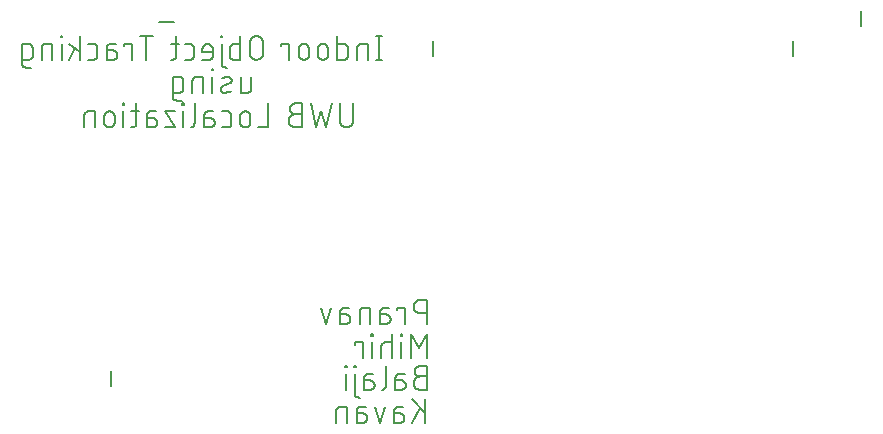
<source format=gbr>
G04 EAGLE Gerber RS-274X export*
G75*
%MOMM*%
%FSLAX34Y34*%
%LPD*%
%INSilkscreen Bottom*%
%IPPOS*%
%AMOC8*
5,1,8,0,0,1.08239X$1,22.5*%
G01*
%ADD10C,0.177800*%
%ADD11C,0.203200*%


D10*
X306761Y467995D02*
X306761Y447929D01*
X304532Y447929D02*
X308991Y447929D01*
X308991Y467995D02*
X304532Y467995D01*
X297008Y461306D02*
X297008Y447929D01*
X297008Y461306D02*
X291434Y461306D01*
X291320Y461304D01*
X291206Y461298D01*
X291092Y461288D01*
X290979Y461275D01*
X290866Y461257D01*
X290754Y461236D01*
X290642Y461211D01*
X290532Y461182D01*
X290422Y461149D01*
X290314Y461113D01*
X290207Y461073D01*
X290102Y461029D01*
X289998Y460982D01*
X289896Y460931D01*
X289795Y460877D01*
X289697Y460819D01*
X289600Y460758D01*
X289506Y460694D01*
X289413Y460627D01*
X289324Y460556D01*
X289236Y460482D01*
X289152Y460406D01*
X289069Y460327D01*
X288990Y460244D01*
X288914Y460160D01*
X288840Y460072D01*
X288770Y459983D01*
X288702Y459890D01*
X288638Y459796D01*
X288577Y459700D01*
X288519Y459601D01*
X288465Y459500D01*
X288414Y459398D01*
X288367Y459294D01*
X288323Y459189D01*
X288283Y459082D01*
X288247Y458974D01*
X288214Y458864D01*
X288185Y458754D01*
X288160Y458642D01*
X288139Y458530D01*
X288121Y458417D01*
X288108Y458304D01*
X288098Y458190D01*
X288092Y458076D01*
X288090Y457962D01*
X288090Y447929D01*
X271470Y447929D02*
X271470Y467995D01*
X271470Y447929D02*
X277044Y447929D01*
X277158Y447931D01*
X277272Y447937D01*
X277386Y447947D01*
X277499Y447960D01*
X277612Y447978D01*
X277724Y447999D01*
X277836Y448024D01*
X277946Y448053D01*
X278056Y448086D01*
X278164Y448122D01*
X278271Y448162D01*
X278376Y448206D01*
X278480Y448253D01*
X278582Y448304D01*
X278683Y448358D01*
X278781Y448416D01*
X278878Y448477D01*
X278972Y448541D01*
X279065Y448608D01*
X279154Y448679D01*
X279242Y448753D01*
X279326Y448829D01*
X279409Y448908D01*
X279488Y448991D01*
X279564Y449075D01*
X279638Y449163D01*
X279709Y449252D01*
X279776Y449345D01*
X279840Y449439D01*
X279901Y449536D01*
X279959Y449634D01*
X280013Y449735D01*
X280064Y449837D01*
X280111Y449941D01*
X280155Y450046D01*
X280195Y450153D01*
X280231Y450261D01*
X280264Y450371D01*
X280293Y450481D01*
X280318Y450593D01*
X280339Y450705D01*
X280357Y450818D01*
X280370Y450931D01*
X280380Y451045D01*
X280386Y451159D01*
X280388Y451273D01*
X280388Y457962D01*
X280386Y458076D01*
X280380Y458190D01*
X280370Y458304D01*
X280357Y458417D01*
X280339Y458530D01*
X280318Y458642D01*
X280293Y458754D01*
X280264Y458864D01*
X280231Y458974D01*
X280195Y459082D01*
X280155Y459189D01*
X280111Y459294D01*
X280064Y459398D01*
X280013Y459500D01*
X279959Y459601D01*
X279901Y459699D01*
X279840Y459796D01*
X279776Y459890D01*
X279709Y459983D01*
X279638Y460072D01*
X279564Y460160D01*
X279488Y460244D01*
X279409Y460327D01*
X279326Y460406D01*
X279242Y460482D01*
X279154Y460556D01*
X279065Y460627D01*
X278972Y460694D01*
X278878Y460758D01*
X278781Y460819D01*
X278683Y460877D01*
X278582Y460931D01*
X278480Y460982D01*
X278376Y461029D01*
X278271Y461073D01*
X278164Y461113D01*
X278056Y461149D01*
X277946Y461182D01*
X277836Y461211D01*
X277724Y461236D01*
X277612Y461257D01*
X277499Y461275D01*
X277386Y461288D01*
X277272Y461298D01*
X277158Y461304D01*
X277044Y461306D01*
X271470Y461306D01*
X263639Y456847D02*
X263639Y452388D01*
X263639Y456847D02*
X263637Y456979D01*
X263631Y457111D01*
X263621Y457243D01*
X263608Y457374D01*
X263590Y457505D01*
X263569Y457636D01*
X263543Y457765D01*
X263514Y457894D01*
X263481Y458022D01*
X263445Y458149D01*
X263404Y458275D01*
X263360Y458400D01*
X263312Y458523D01*
X263261Y458645D01*
X263206Y458765D01*
X263147Y458883D01*
X263085Y459000D01*
X263019Y459115D01*
X262951Y459227D01*
X262878Y459338D01*
X262803Y459447D01*
X262724Y459553D01*
X262643Y459657D01*
X262558Y459758D01*
X262470Y459857D01*
X262379Y459953D01*
X262286Y460046D01*
X262190Y460137D01*
X262091Y460225D01*
X261990Y460310D01*
X261886Y460391D01*
X261780Y460470D01*
X261671Y460545D01*
X261560Y460618D01*
X261448Y460686D01*
X261333Y460752D01*
X261216Y460814D01*
X261098Y460873D01*
X260978Y460928D01*
X260856Y460979D01*
X260733Y461027D01*
X260608Y461071D01*
X260482Y461112D01*
X260355Y461148D01*
X260227Y461181D01*
X260098Y461210D01*
X259969Y461236D01*
X259838Y461257D01*
X259707Y461275D01*
X259576Y461288D01*
X259444Y461298D01*
X259312Y461304D01*
X259180Y461306D01*
X259048Y461304D01*
X258916Y461298D01*
X258784Y461288D01*
X258653Y461275D01*
X258522Y461257D01*
X258391Y461236D01*
X258262Y461210D01*
X258133Y461181D01*
X258005Y461148D01*
X257878Y461112D01*
X257752Y461071D01*
X257627Y461027D01*
X257504Y460979D01*
X257382Y460928D01*
X257262Y460873D01*
X257144Y460814D01*
X257027Y460752D01*
X256912Y460686D01*
X256800Y460618D01*
X256689Y460545D01*
X256580Y460470D01*
X256474Y460391D01*
X256370Y460310D01*
X256269Y460225D01*
X256170Y460137D01*
X256074Y460046D01*
X255981Y459953D01*
X255890Y459857D01*
X255802Y459758D01*
X255717Y459657D01*
X255636Y459553D01*
X255557Y459447D01*
X255482Y459338D01*
X255409Y459227D01*
X255341Y459115D01*
X255275Y459000D01*
X255213Y458883D01*
X255154Y458765D01*
X255099Y458645D01*
X255048Y458523D01*
X255000Y458400D01*
X254956Y458275D01*
X254915Y458149D01*
X254879Y458022D01*
X254846Y457894D01*
X254817Y457765D01*
X254791Y457636D01*
X254770Y457505D01*
X254752Y457374D01*
X254739Y457243D01*
X254729Y457111D01*
X254723Y456979D01*
X254721Y456847D01*
X254721Y452388D01*
X254723Y452256D01*
X254729Y452124D01*
X254739Y451992D01*
X254752Y451861D01*
X254770Y451730D01*
X254791Y451599D01*
X254817Y451470D01*
X254846Y451341D01*
X254879Y451213D01*
X254915Y451086D01*
X254956Y450960D01*
X255000Y450835D01*
X255048Y450712D01*
X255099Y450590D01*
X255154Y450470D01*
X255213Y450352D01*
X255275Y450235D01*
X255341Y450120D01*
X255409Y450008D01*
X255482Y449897D01*
X255557Y449788D01*
X255636Y449682D01*
X255717Y449578D01*
X255802Y449477D01*
X255890Y449378D01*
X255981Y449282D01*
X256074Y449189D01*
X256170Y449098D01*
X256269Y449010D01*
X256370Y448925D01*
X256474Y448844D01*
X256580Y448765D01*
X256689Y448690D01*
X256800Y448617D01*
X256912Y448549D01*
X257027Y448483D01*
X257144Y448421D01*
X257262Y448362D01*
X257382Y448307D01*
X257504Y448256D01*
X257627Y448208D01*
X257752Y448164D01*
X257878Y448123D01*
X258005Y448087D01*
X258133Y448054D01*
X258262Y448025D01*
X258391Y447999D01*
X258522Y447978D01*
X258653Y447960D01*
X258784Y447947D01*
X258916Y447937D01*
X259048Y447931D01*
X259180Y447929D01*
X259312Y447931D01*
X259444Y447937D01*
X259576Y447947D01*
X259707Y447960D01*
X259838Y447978D01*
X259969Y447999D01*
X260098Y448025D01*
X260227Y448054D01*
X260355Y448087D01*
X260482Y448123D01*
X260608Y448164D01*
X260733Y448208D01*
X260856Y448256D01*
X260978Y448307D01*
X261098Y448362D01*
X261216Y448421D01*
X261333Y448483D01*
X261448Y448549D01*
X261560Y448617D01*
X261671Y448690D01*
X261780Y448765D01*
X261886Y448844D01*
X261990Y448925D01*
X262091Y449010D01*
X262190Y449098D01*
X262286Y449189D01*
X262379Y449282D01*
X262470Y449378D01*
X262558Y449477D01*
X262643Y449578D01*
X262724Y449682D01*
X262803Y449788D01*
X262878Y449897D01*
X262951Y450008D01*
X263019Y450120D01*
X263085Y450235D01*
X263147Y450352D01*
X263206Y450470D01*
X263261Y450590D01*
X263312Y450712D01*
X263360Y450835D01*
X263404Y450960D01*
X263445Y451086D01*
X263481Y451213D01*
X263514Y451341D01*
X263543Y451470D01*
X263569Y451599D01*
X263590Y451730D01*
X263608Y451861D01*
X263621Y451992D01*
X263631Y452124D01*
X263637Y452256D01*
X263639Y452388D01*
X247572Y452388D02*
X247572Y456847D01*
X247570Y456979D01*
X247564Y457111D01*
X247554Y457243D01*
X247541Y457374D01*
X247523Y457505D01*
X247502Y457636D01*
X247476Y457765D01*
X247447Y457894D01*
X247414Y458022D01*
X247378Y458149D01*
X247337Y458275D01*
X247293Y458400D01*
X247245Y458523D01*
X247194Y458645D01*
X247139Y458765D01*
X247080Y458883D01*
X247018Y459000D01*
X246952Y459115D01*
X246884Y459227D01*
X246811Y459338D01*
X246736Y459447D01*
X246657Y459553D01*
X246576Y459657D01*
X246491Y459758D01*
X246403Y459857D01*
X246312Y459953D01*
X246219Y460046D01*
X246123Y460137D01*
X246024Y460225D01*
X245923Y460310D01*
X245819Y460391D01*
X245713Y460470D01*
X245604Y460545D01*
X245493Y460618D01*
X245381Y460686D01*
X245266Y460752D01*
X245149Y460814D01*
X245031Y460873D01*
X244911Y460928D01*
X244789Y460979D01*
X244666Y461027D01*
X244541Y461071D01*
X244415Y461112D01*
X244288Y461148D01*
X244160Y461181D01*
X244031Y461210D01*
X243902Y461236D01*
X243771Y461257D01*
X243640Y461275D01*
X243509Y461288D01*
X243377Y461298D01*
X243245Y461304D01*
X243113Y461306D01*
X242981Y461304D01*
X242849Y461298D01*
X242717Y461288D01*
X242586Y461275D01*
X242455Y461257D01*
X242324Y461236D01*
X242195Y461210D01*
X242066Y461181D01*
X241938Y461148D01*
X241811Y461112D01*
X241685Y461071D01*
X241560Y461027D01*
X241437Y460979D01*
X241315Y460928D01*
X241195Y460873D01*
X241077Y460814D01*
X240960Y460752D01*
X240845Y460686D01*
X240733Y460618D01*
X240622Y460545D01*
X240513Y460470D01*
X240407Y460391D01*
X240303Y460310D01*
X240202Y460225D01*
X240103Y460137D01*
X240007Y460046D01*
X239914Y459953D01*
X239823Y459857D01*
X239735Y459758D01*
X239650Y459657D01*
X239569Y459553D01*
X239490Y459447D01*
X239415Y459338D01*
X239342Y459227D01*
X239274Y459115D01*
X239208Y459000D01*
X239146Y458883D01*
X239087Y458765D01*
X239032Y458645D01*
X238981Y458523D01*
X238933Y458400D01*
X238889Y458275D01*
X238848Y458149D01*
X238812Y458022D01*
X238779Y457894D01*
X238750Y457765D01*
X238724Y457636D01*
X238703Y457505D01*
X238685Y457374D01*
X238672Y457243D01*
X238662Y457111D01*
X238656Y456979D01*
X238654Y456847D01*
X238654Y452388D01*
X238656Y452256D01*
X238662Y452124D01*
X238672Y451992D01*
X238685Y451861D01*
X238703Y451730D01*
X238724Y451599D01*
X238750Y451470D01*
X238779Y451341D01*
X238812Y451213D01*
X238848Y451086D01*
X238889Y450960D01*
X238933Y450835D01*
X238981Y450712D01*
X239032Y450590D01*
X239087Y450470D01*
X239146Y450352D01*
X239208Y450235D01*
X239274Y450120D01*
X239342Y450008D01*
X239415Y449897D01*
X239490Y449788D01*
X239569Y449682D01*
X239650Y449578D01*
X239735Y449477D01*
X239823Y449378D01*
X239914Y449282D01*
X240007Y449189D01*
X240103Y449098D01*
X240202Y449010D01*
X240303Y448925D01*
X240407Y448844D01*
X240513Y448765D01*
X240622Y448690D01*
X240733Y448617D01*
X240845Y448549D01*
X240960Y448483D01*
X241077Y448421D01*
X241195Y448362D01*
X241315Y448307D01*
X241437Y448256D01*
X241560Y448208D01*
X241685Y448164D01*
X241811Y448123D01*
X241938Y448087D01*
X242066Y448054D01*
X242195Y448025D01*
X242324Y447999D01*
X242455Y447978D01*
X242586Y447960D01*
X242717Y447947D01*
X242849Y447937D01*
X242981Y447931D01*
X243113Y447929D01*
X243245Y447931D01*
X243377Y447937D01*
X243509Y447947D01*
X243640Y447960D01*
X243771Y447978D01*
X243902Y447999D01*
X244031Y448025D01*
X244160Y448054D01*
X244288Y448087D01*
X244415Y448123D01*
X244541Y448164D01*
X244666Y448208D01*
X244789Y448256D01*
X244911Y448307D01*
X245031Y448362D01*
X245149Y448421D01*
X245266Y448483D01*
X245381Y448549D01*
X245493Y448617D01*
X245604Y448690D01*
X245713Y448765D01*
X245819Y448844D01*
X245923Y448925D01*
X246024Y449010D01*
X246123Y449098D01*
X246219Y449189D01*
X246312Y449282D01*
X246403Y449378D01*
X246491Y449477D01*
X246576Y449578D01*
X246657Y449682D01*
X246736Y449788D01*
X246811Y449897D01*
X246884Y450008D01*
X246952Y450120D01*
X247018Y450235D01*
X247080Y450352D01*
X247139Y450470D01*
X247194Y450590D01*
X247245Y450712D01*
X247293Y450835D01*
X247337Y450960D01*
X247378Y451086D01*
X247414Y451213D01*
X247447Y451341D01*
X247476Y451470D01*
X247502Y451599D01*
X247523Y451730D01*
X247541Y451861D01*
X247554Y451992D01*
X247564Y452124D01*
X247570Y452256D01*
X247572Y452388D01*
X230809Y447929D02*
X230809Y461306D01*
X224121Y461306D01*
X224121Y459077D01*
X208521Y462421D02*
X208521Y453503D01*
X208521Y462421D02*
X208519Y462569D01*
X208513Y462718D01*
X208503Y462866D01*
X208489Y463013D01*
X208472Y463161D01*
X208450Y463308D01*
X208424Y463454D01*
X208395Y463599D01*
X208362Y463744D01*
X208325Y463888D01*
X208284Y464030D01*
X208239Y464172D01*
X208190Y464312D01*
X208138Y464451D01*
X208082Y464588D01*
X208023Y464724D01*
X207960Y464859D01*
X207893Y464991D01*
X207823Y465122D01*
X207749Y465251D01*
X207672Y465378D01*
X207592Y465502D01*
X207508Y465625D01*
X207421Y465745D01*
X207331Y465863D01*
X207238Y465979D01*
X207142Y466092D01*
X207043Y466202D01*
X206941Y466310D01*
X206836Y466415D01*
X206728Y466517D01*
X206618Y466616D01*
X206505Y466712D01*
X206389Y466805D01*
X206271Y466895D01*
X206151Y466982D01*
X206028Y467066D01*
X205904Y467146D01*
X205777Y467223D01*
X205648Y467297D01*
X205517Y467367D01*
X205385Y467434D01*
X205250Y467497D01*
X205114Y467556D01*
X204977Y467612D01*
X204838Y467664D01*
X204698Y467713D01*
X204556Y467758D01*
X204414Y467799D01*
X204270Y467836D01*
X204125Y467869D01*
X203980Y467898D01*
X203834Y467924D01*
X203687Y467946D01*
X203539Y467963D01*
X203392Y467977D01*
X203244Y467987D01*
X203095Y467993D01*
X202947Y467995D01*
X202799Y467993D01*
X202650Y467987D01*
X202502Y467977D01*
X202355Y467963D01*
X202207Y467946D01*
X202060Y467924D01*
X201914Y467898D01*
X201769Y467869D01*
X201624Y467836D01*
X201480Y467799D01*
X201338Y467758D01*
X201196Y467713D01*
X201056Y467664D01*
X200917Y467612D01*
X200780Y467556D01*
X200644Y467497D01*
X200509Y467434D01*
X200377Y467367D01*
X200246Y467297D01*
X200117Y467223D01*
X199990Y467146D01*
X199866Y467066D01*
X199743Y466982D01*
X199623Y466895D01*
X199505Y466805D01*
X199389Y466712D01*
X199276Y466616D01*
X199166Y466517D01*
X199058Y466415D01*
X198953Y466310D01*
X198851Y466202D01*
X198752Y466092D01*
X198656Y465979D01*
X198563Y465863D01*
X198473Y465745D01*
X198386Y465625D01*
X198302Y465502D01*
X198222Y465378D01*
X198145Y465251D01*
X198071Y465122D01*
X198001Y464991D01*
X197934Y464859D01*
X197871Y464724D01*
X197812Y464588D01*
X197756Y464451D01*
X197704Y464312D01*
X197655Y464172D01*
X197610Y464030D01*
X197569Y463888D01*
X197532Y463744D01*
X197499Y463599D01*
X197470Y463454D01*
X197444Y463308D01*
X197422Y463161D01*
X197405Y463013D01*
X197391Y462866D01*
X197381Y462718D01*
X197375Y462569D01*
X197373Y462421D01*
X197373Y453503D01*
X197375Y453355D01*
X197381Y453206D01*
X197391Y453058D01*
X197405Y452911D01*
X197422Y452763D01*
X197444Y452616D01*
X197470Y452470D01*
X197499Y452325D01*
X197532Y452180D01*
X197569Y452036D01*
X197610Y451894D01*
X197655Y451752D01*
X197704Y451612D01*
X197756Y451473D01*
X197812Y451336D01*
X197871Y451200D01*
X197934Y451065D01*
X198001Y450933D01*
X198071Y450802D01*
X198145Y450673D01*
X198222Y450546D01*
X198302Y450422D01*
X198386Y450299D01*
X198473Y450179D01*
X198563Y450061D01*
X198656Y449945D01*
X198752Y449832D01*
X198851Y449722D01*
X198953Y449614D01*
X199058Y449509D01*
X199166Y449407D01*
X199276Y449308D01*
X199389Y449212D01*
X199505Y449119D01*
X199623Y449029D01*
X199743Y448942D01*
X199866Y448858D01*
X199990Y448778D01*
X200117Y448701D01*
X200246Y448627D01*
X200377Y448557D01*
X200509Y448490D01*
X200644Y448427D01*
X200780Y448368D01*
X200917Y448312D01*
X201056Y448260D01*
X201196Y448211D01*
X201338Y448166D01*
X201480Y448125D01*
X201624Y448088D01*
X201769Y448055D01*
X201914Y448026D01*
X202060Y448000D01*
X202207Y447978D01*
X202355Y447961D01*
X202502Y447947D01*
X202650Y447937D01*
X202799Y447931D01*
X202947Y447929D01*
X203095Y447931D01*
X203244Y447937D01*
X203392Y447947D01*
X203539Y447961D01*
X203687Y447978D01*
X203834Y448000D01*
X203980Y448026D01*
X204125Y448055D01*
X204270Y448088D01*
X204414Y448125D01*
X204556Y448166D01*
X204698Y448211D01*
X204838Y448260D01*
X204977Y448312D01*
X205114Y448368D01*
X205250Y448427D01*
X205385Y448490D01*
X205517Y448557D01*
X205648Y448627D01*
X205777Y448701D01*
X205904Y448778D01*
X206028Y448858D01*
X206151Y448942D01*
X206271Y449029D01*
X206389Y449119D01*
X206505Y449212D01*
X206618Y449308D01*
X206728Y449407D01*
X206836Y449509D01*
X206941Y449614D01*
X207043Y449722D01*
X207142Y449832D01*
X207238Y449945D01*
X207331Y450061D01*
X207421Y450179D01*
X207508Y450299D01*
X207592Y450422D01*
X207672Y450546D01*
X207749Y450673D01*
X207823Y450802D01*
X207893Y450933D01*
X207960Y451065D01*
X208023Y451200D01*
X208082Y451336D01*
X208138Y451473D01*
X208190Y451612D01*
X208239Y451752D01*
X208284Y451894D01*
X208325Y452036D01*
X208362Y452180D01*
X208395Y452325D01*
X208424Y452470D01*
X208450Y452616D01*
X208472Y452763D01*
X208489Y452911D01*
X208503Y453058D01*
X208513Y453206D01*
X208519Y453355D01*
X208521Y453503D01*
X189421Y447929D02*
X189421Y467995D01*
X189421Y447929D02*
X183847Y447929D01*
X183733Y447931D01*
X183619Y447937D01*
X183505Y447947D01*
X183392Y447960D01*
X183279Y447978D01*
X183167Y447999D01*
X183055Y448024D01*
X182945Y448053D01*
X182835Y448086D01*
X182727Y448122D01*
X182620Y448162D01*
X182515Y448206D01*
X182411Y448253D01*
X182309Y448304D01*
X182208Y448358D01*
X182110Y448416D01*
X182013Y448477D01*
X181919Y448541D01*
X181826Y448608D01*
X181737Y448679D01*
X181649Y448753D01*
X181565Y448829D01*
X181482Y448908D01*
X181403Y448991D01*
X181327Y449075D01*
X181253Y449163D01*
X181183Y449252D01*
X181115Y449345D01*
X181051Y449439D01*
X180990Y449535D01*
X180932Y449634D01*
X180878Y449735D01*
X180827Y449837D01*
X180780Y449941D01*
X180736Y450046D01*
X180696Y450153D01*
X180660Y450261D01*
X180627Y450371D01*
X180598Y450481D01*
X180573Y450593D01*
X180552Y450705D01*
X180534Y450818D01*
X180521Y450931D01*
X180511Y451045D01*
X180505Y451159D01*
X180503Y451273D01*
X180502Y451273D02*
X180502Y457962D01*
X180503Y457962D02*
X180505Y458076D01*
X180511Y458190D01*
X180521Y458304D01*
X180534Y458417D01*
X180552Y458530D01*
X180573Y458642D01*
X180598Y458754D01*
X180627Y458864D01*
X180660Y458974D01*
X180696Y459082D01*
X180736Y459189D01*
X180780Y459294D01*
X180827Y459398D01*
X180878Y459500D01*
X180932Y459601D01*
X180990Y459699D01*
X181051Y459796D01*
X181115Y459890D01*
X181182Y459983D01*
X181253Y460072D01*
X181327Y460160D01*
X181403Y460244D01*
X181482Y460327D01*
X181565Y460406D01*
X181649Y460482D01*
X181737Y460556D01*
X181826Y460627D01*
X181919Y460694D01*
X182013Y460758D01*
X182110Y460819D01*
X182208Y460877D01*
X182309Y460931D01*
X182411Y460982D01*
X182515Y461029D01*
X182620Y461073D01*
X182727Y461113D01*
X182835Y461149D01*
X182945Y461182D01*
X183055Y461211D01*
X183167Y461236D01*
X183279Y461257D01*
X183392Y461275D01*
X183505Y461288D01*
X183619Y461298D01*
X183733Y461304D01*
X183847Y461306D01*
X189421Y461306D01*
X173497Y461306D02*
X173497Y444585D01*
X173498Y444585D02*
X173500Y444471D01*
X173506Y444357D01*
X173516Y444243D01*
X173529Y444130D01*
X173547Y444017D01*
X173568Y443905D01*
X173593Y443793D01*
X173622Y443683D01*
X173655Y443573D01*
X173691Y443465D01*
X173731Y443358D01*
X173775Y443253D01*
X173822Y443149D01*
X173873Y443047D01*
X173927Y442946D01*
X173985Y442848D01*
X174046Y442751D01*
X174110Y442657D01*
X174177Y442564D01*
X174248Y442475D01*
X174322Y442387D01*
X174398Y442303D01*
X174477Y442220D01*
X174560Y442141D01*
X174644Y442065D01*
X174732Y441991D01*
X174821Y441920D01*
X174914Y441853D01*
X175008Y441789D01*
X175105Y441728D01*
X175203Y441670D01*
X175304Y441616D01*
X175406Y441565D01*
X175510Y441518D01*
X175615Y441474D01*
X175722Y441434D01*
X175830Y441398D01*
X175940Y441365D01*
X176050Y441336D01*
X176162Y441311D01*
X176274Y441290D01*
X176387Y441272D01*
X176500Y441259D01*
X176614Y441249D01*
X176728Y441243D01*
X176842Y441241D01*
X176842Y441240D02*
X177957Y441240D01*
X174055Y466880D02*
X174055Y467995D01*
X172940Y467995D01*
X172940Y466880D01*
X174055Y466880D01*
X162659Y447929D02*
X157085Y447929D01*
X162659Y447929D02*
X162773Y447931D01*
X162887Y447937D01*
X163001Y447947D01*
X163114Y447960D01*
X163227Y447978D01*
X163339Y447999D01*
X163451Y448024D01*
X163561Y448053D01*
X163671Y448086D01*
X163779Y448122D01*
X163886Y448162D01*
X163991Y448206D01*
X164095Y448253D01*
X164197Y448304D01*
X164298Y448358D01*
X164396Y448416D01*
X164493Y448477D01*
X164587Y448541D01*
X164680Y448608D01*
X164769Y448679D01*
X164857Y448753D01*
X164941Y448829D01*
X165024Y448908D01*
X165103Y448991D01*
X165179Y449075D01*
X165253Y449163D01*
X165324Y449252D01*
X165391Y449345D01*
X165455Y449439D01*
X165516Y449536D01*
X165574Y449634D01*
X165628Y449735D01*
X165679Y449837D01*
X165726Y449941D01*
X165770Y450046D01*
X165810Y450153D01*
X165846Y450261D01*
X165879Y450371D01*
X165908Y450481D01*
X165933Y450593D01*
X165954Y450705D01*
X165972Y450818D01*
X165985Y450931D01*
X165995Y451045D01*
X166001Y451159D01*
X166003Y451273D01*
X166004Y451273D02*
X166004Y456847D01*
X166002Y456979D01*
X165996Y457111D01*
X165986Y457243D01*
X165973Y457374D01*
X165955Y457505D01*
X165934Y457636D01*
X165908Y457765D01*
X165879Y457894D01*
X165846Y458022D01*
X165810Y458149D01*
X165769Y458275D01*
X165725Y458400D01*
X165677Y458523D01*
X165626Y458645D01*
X165571Y458765D01*
X165512Y458883D01*
X165450Y459000D01*
X165384Y459115D01*
X165316Y459227D01*
X165243Y459338D01*
X165168Y459447D01*
X165089Y459553D01*
X165008Y459657D01*
X164923Y459758D01*
X164835Y459857D01*
X164744Y459953D01*
X164651Y460046D01*
X164555Y460137D01*
X164456Y460225D01*
X164355Y460310D01*
X164251Y460391D01*
X164145Y460470D01*
X164036Y460545D01*
X163925Y460618D01*
X163813Y460686D01*
X163698Y460752D01*
X163581Y460814D01*
X163463Y460873D01*
X163343Y460928D01*
X163221Y460979D01*
X163098Y461027D01*
X162973Y461071D01*
X162847Y461112D01*
X162720Y461148D01*
X162592Y461181D01*
X162463Y461210D01*
X162334Y461236D01*
X162203Y461257D01*
X162072Y461275D01*
X161941Y461288D01*
X161809Y461298D01*
X161677Y461304D01*
X161545Y461306D01*
X161413Y461304D01*
X161281Y461298D01*
X161149Y461288D01*
X161018Y461275D01*
X160887Y461257D01*
X160756Y461236D01*
X160627Y461210D01*
X160498Y461181D01*
X160370Y461148D01*
X160243Y461112D01*
X160117Y461071D01*
X159992Y461027D01*
X159869Y460979D01*
X159747Y460928D01*
X159627Y460873D01*
X159509Y460814D01*
X159392Y460752D01*
X159277Y460686D01*
X159165Y460618D01*
X159054Y460545D01*
X158945Y460470D01*
X158839Y460391D01*
X158735Y460310D01*
X158634Y460225D01*
X158535Y460137D01*
X158439Y460046D01*
X158346Y459953D01*
X158255Y459857D01*
X158167Y459758D01*
X158082Y459657D01*
X158001Y459553D01*
X157922Y459447D01*
X157847Y459338D01*
X157774Y459227D01*
X157706Y459115D01*
X157640Y459000D01*
X157578Y458883D01*
X157519Y458765D01*
X157464Y458645D01*
X157413Y458523D01*
X157365Y458400D01*
X157321Y458275D01*
X157280Y458149D01*
X157244Y458022D01*
X157211Y457894D01*
X157182Y457765D01*
X157156Y457636D01*
X157135Y457505D01*
X157117Y457374D01*
X157104Y457243D01*
X157094Y457111D01*
X157088Y456979D01*
X157086Y456847D01*
X157085Y456847D02*
X157085Y454618D01*
X166004Y454618D01*
X146576Y447929D02*
X142117Y447929D01*
X146576Y447929D02*
X146690Y447931D01*
X146804Y447937D01*
X146918Y447947D01*
X147031Y447960D01*
X147144Y447978D01*
X147256Y447999D01*
X147368Y448024D01*
X147478Y448053D01*
X147588Y448086D01*
X147696Y448122D01*
X147803Y448162D01*
X147908Y448206D01*
X148012Y448253D01*
X148114Y448304D01*
X148215Y448358D01*
X148313Y448416D01*
X148410Y448477D01*
X148504Y448541D01*
X148597Y448608D01*
X148686Y448679D01*
X148774Y448753D01*
X148858Y448829D01*
X148941Y448908D01*
X149020Y448991D01*
X149096Y449075D01*
X149170Y449163D01*
X149241Y449252D01*
X149308Y449345D01*
X149372Y449439D01*
X149433Y449536D01*
X149491Y449634D01*
X149545Y449735D01*
X149596Y449837D01*
X149643Y449941D01*
X149687Y450046D01*
X149727Y450153D01*
X149763Y450261D01*
X149796Y450371D01*
X149825Y450481D01*
X149850Y450593D01*
X149871Y450705D01*
X149889Y450818D01*
X149902Y450931D01*
X149912Y451045D01*
X149918Y451159D01*
X149920Y451273D01*
X149920Y457962D01*
X149918Y458076D01*
X149912Y458190D01*
X149902Y458304D01*
X149889Y458417D01*
X149871Y458530D01*
X149850Y458642D01*
X149825Y458754D01*
X149796Y458864D01*
X149763Y458974D01*
X149727Y459082D01*
X149687Y459189D01*
X149643Y459294D01*
X149596Y459398D01*
X149545Y459500D01*
X149491Y459601D01*
X149433Y459699D01*
X149372Y459796D01*
X149308Y459890D01*
X149241Y459983D01*
X149170Y460072D01*
X149096Y460160D01*
X149020Y460244D01*
X148941Y460327D01*
X148858Y460406D01*
X148774Y460482D01*
X148686Y460556D01*
X148597Y460627D01*
X148504Y460694D01*
X148410Y460758D01*
X148313Y460819D01*
X148215Y460877D01*
X148114Y460931D01*
X148012Y460982D01*
X147908Y461029D01*
X147803Y461073D01*
X147696Y461113D01*
X147588Y461149D01*
X147478Y461182D01*
X147368Y461211D01*
X147256Y461236D01*
X147144Y461257D01*
X147031Y461275D01*
X146918Y461288D01*
X146804Y461298D01*
X146690Y461304D01*
X146576Y461306D01*
X142117Y461306D01*
X137186Y461306D02*
X130498Y461306D01*
X134957Y467995D02*
X134957Y451273D01*
X134956Y451273D02*
X134954Y451159D01*
X134948Y451045D01*
X134938Y450931D01*
X134925Y450818D01*
X134907Y450705D01*
X134886Y450593D01*
X134861Y450481D01*
X134832Y450371D01*
X134799Y450261D01*
X134763Y450153D01*
X134723Y450046D01*
X134679Y449941D01*
X134632Y449837D01*
X134581Y449735D01*
X134527Y449634D01*
X134469Y449536D01*
X134408Y449439D01*
X134344Y449345D01*
X134277Y449252D01*
X134206Y449163D01*
X134132Y449075D01*
X134056Y448991D01*
X133977Y448908D01*
X133894Y448829D01*
X133810Y448753D01*
X133722Y448679D01*
X133633Y448608D01*
X133540Y448541D01*
X133446Y448477D01*
X133349Y448416D01*
X133251Y448358D01*
X133150Y448304D01*
X133048Y448253D01*
X132944Y448206D01*
X132839Y448162D01*
X132732Y448122D01*
X132624Y448086D01*
X132514Y448053D01*
X132404Y448024D01*
X132292Y447999D01*
X132180Y447978D01*
X132067Y447960D01*
X131954Y447947D01*
X131840Y447937D01*
X131726Y447931D01*
X131612Y447929D01*
X130498Y447929D01*
X109637Y447929D02*
X109637Y467995D01*
X115211Y467995D02*
X104063Y467995D01*
X97334Y461306D02*
X97334Y447929D01*
X97334Y461306D02*
X90645Y461306D01*
X90645Y459077D01*
X81216Y455732D02*
X76200Y455732D01*
X81216Y455733D02*
X81340Y455731D01*
X81463Y455725D01*
X81587Y455715D01*
X81710Y455702D01*
X81833Y455684D01*
X81954Y455662D01*
X82076Y455637D01*
X82196Y455608D01*
X82315Y455575D01*
X82434Y455538D01*
X82551Y455498D01*
X82666Y455453D01*
X82780Y455406D01*
X82893Y455354D01*
X83004Y455299D01*
X83113Y455241D01*
X83220Y455179D01*
X83326Y455114D01*
X83429Y455045D01*
X83530Y454973D01*
X83628Y454898D01*
X83724Y454820D01*
X83818Y454739D01*
X83909Y454655D01*
X83997Y454568D01*
X84082Y454479D01*
X84165Y454386D01*
X84245Y454291D01*
X84321Y454194D01*
X84394Y454094D01*
X84465Y453992D01*
X84532Y453888D01*
X84595Y453782D01*
X84655Y453674D01*
X84712Y453564D01*
X84765Y453452D01*
X84815Y453339D01*
X84861Y453224D01*
X84903Y453107D01*
X84942Y452990D01*
X84977Y452871D01*
X85008Y452751D01*
X85035Y452630D01*
X85059Y452509D01*
X85078Y452386D01*
X85094Y452263D01*
X85106Y452140D01*
X85114Y452017D01*
X85118Y451893D01*
X85118Y451769D01*
X85114Y451645D01*
X85106Y451522D01*
X85094Y451399D01*
X85078Y451276D01*
X85059Y451153D01*
X85035Y451032D01*
X85008Y450911D01*
X84977Y450791D01*
X84942Y450672D01*
X84903Y450555D01*
X84861Y450438D01*
X84815Y450323D01*
X84765Y450210D01*
X84712Y450098D01*
X84655Y449988D01*
X84595Y449880D01*
X84532Y449774D01*
X84465Y449670D01*
X84394Y449568D01*
X84321Y449468D01*
X84245Y449371D01*
X84165Y449276D01*
X84082Y449183D01*
X83997Y449094D01*
X83909Y449007D01*
X83818Y448923D01*
X83724Y448842D01*
X83628Y448764D01*
X83530Y448689D01*
X83429Y448617D01*
X83326Y448548D01*
X83220Y448483D01*
X83113Y448421D01*
X83004Y448363D01*
X82893Y448308D01*
X82780Y448256D01*
X82666Y448209D01*
X82551Y448164D01*
X82434Y448124D01*
X82315Y448087D01*
X82196Y448054D01*
X82076Y448025D01*
X81954Y448000D01*
X81833Y447978D01*
X81710Y447960D01*
X81587Y447947D01*
X81463Y447937D01*
X81340Y447931D01*
X81216Y447929D01*
X76200Y447929D01*
X76200Y457962D01*
X76202Y458076D01*
X76208Y458190D01*
X76218Y458304D01*
X76231Y458417D01*
X76249Y458530D01*
X76270Y458642D01*
X76295Y458754D01*
X76324Y458864D01*
X76357Y458974D01*
X76393Y459082D01*
X76433Y459189D01*
X76477Y459294D01*
X76524Y459398D01*
X76575Y459500D01*
X76629Y459601D01*
X76687Y459699D01*
X76748Y459796D01*
X76812Y459890D01*
X76879Y459983D01*
X76950Y460072D01*
X77024Y460160D01*
X77100Y460244D01*
X77179Y460327D01*
X77262Y460406D01*
X77346Y460482D01*
X77434Y460556D01*
X77523Y460627D01*
X77616Y460694D01*
X77710Y460758D01*
X77807Y460819D01*
X77905Y460877D01*
X78006Y460931D01*
X78108Y460982D01*
X78212Y461029D01*
X78317Y461073D01*
X78424Y461113D01*
X78532Y461149D01*
X78642Y461182D01*
X78752Y461211D01*
X78864Y461236D01*
X78976Y461257D01*
X79089Y461275D01*
X79202Y461288D01*
X79316Y461298D01*
X79430Y461304D01*
X79544Y461306D01*
X84003Y461306D01*
X65007Y447929D02*
X60548Y447929D01*
X65007Y447929D02*
X65121Y447931D01*
X65235Y447937D01*
X65349Y447947D01*
X65462Y447960D01*
X65575Y447978D01*
X65687Y447999D01*
X65799Y448024D01*
X65909Y448053D01*
X66019Y448086D01*
X66127Y448122D01*
X66234Y448162D01*
X66339Y448206D01*
X66443Y448253D01*
X66545Y448304D01*
X66646Y448358D01*
X66744Y448416D01*
X66841Y448477D01*
X66935Y448541D01*
X67028Y448608D01*
X67117Y448679D01*
X67205Y448753D01*
X67289Y448829D01*
X67372Y448908D01*
X67451Y448991D01*
X67527Y449075D01*
X67601Y449163D01*
X67672Y449252D01*
X67739Y449345D01*
X67803Y449439D01*
X67864Y449536D01*
X67922Y449634D01*
X67976Y449735D01*
X68027Y449837D01*
X68074Y449941D01*
X68118Y450046D01*
X68158Y450153D01*
X68194Y450261D01*
X68227Y450371D01*
X68256Y450481D01*
X68281Y450593D01*
X68302Y450705D01*
X68320Y450818D01*
X68333Y450931D01*
X68343Y451045D01*
X68349Y451159D01*
X68351Y451273D01*
X68352Y451273D02*
X68352Y457962D01*
X68351Y457962D02*
X68349Y458076D01*
X68343Y458190D01*
X68333Y458304D01*
X68320Y458417D01*
X68302Y458530D01*
X68281Y458642D01*
X68256Y458754D01*
X68227Y458864D01*
X68194Y458974D01*
X68158Y459082D01*
X68118Y459189D01*
X68074Y459294D01*
X68027Y459398D01*
X67976Y459500D01*
X67922Y459601D01*
X67864Y459699D01*
X67803Y459796D01*
X67739Y459890D01*
X67672Y459983D01*
X67601Y460072D01*
X67527Y460160D01*
X67451Y460244D01*
X67372Y460327D01*
X67289Y460406D01*
X67205Y460482D01*
X67117Y460556D01*
X67028Y460627D01*
X66935Y460694D01*
X66841Y460758D01*
X66744Y460819D01*
X66646Y460877D01*
X66545Y460931D01*
X66443Y460982D01*
X66339Y461029D01*
X66234Y461073D01*
X66127Y461113D01*
X66019Y461149D01*
X65909Y461182D01*
X65799Y461211D01*
X65687Y461236D01*
X65575Y461257D01*
X65462Y461275D01*
X65349Y461288D01*
X65235Y461298D01*
X65121Y461304D01*
X65007Y461306D01*
X60548Y461306D01*
X53388Y467995D02*
X53388Y447929D01*
X53388Y454618D02*
X44470Y461306D01*
X49486Y457405D02*
X44470Y447929D01*
X37956Y447929D02*
X37956Y461306D01*
X38513Y466880D02*
X38513Y467995D01*
X37398Y467995D01*
X37398Y466880D01*
X38513Y466880D01*
X30056Y461306D02*
X30056Y447929D01*
X30056Y461306D02*
X24482Y461306D01*
X24368Y461304D01*
X24254Y461298D01*
X24140Y461288D01*
X24027Y461275D01*
X23914Y461257D01*
X23802Y461236D01*
X23690Y461211D01*
X23580Y461182D01*
X23470Y461149D01*
X23362Y461113D01*
X23255Y461073D01*
X23150Y461029D01*
X23046Y460982D01*
X22944Y460931D01*
X22843Y460877D01*
X22745Y460819D01*
X22648Y460758D01*
X22554Y460694D01*
X22461Y460627D01*
X22372Y460556D01*
X22284Y460482D01*
X22200Y460406D01*
X22117Y460327D01*
X22038Y460244D01*
X21962Y460160D01*
X21888Y460072D01*
X21818Y459983D01*
X21750Y459890D01*
X21686Y459796D01*
X21625Y459700D01*
X21567Y459601D01*
X21513Y459500D01*
X21462Y459398D01*
X21415Y459294D01*
X21371Y459189D01*
X21331Y459082D01*
X21295Y458974D01*
X21262Y458864D01*
X21233Y458754D01*
X21208Y458642D01*
X21187Y458530D01*
X21169Y458417D01*
X21156Y458304D01*
X21146Y458190D01*
X21140Y458076D01*
X21138Y457962D01*
X21138Y447929D01*
X10092Y447929D02*
X4518Y447929D01*
X10092Y447929D02*
X10206Y447931D01*
X10320Y447937D01*
X10434Y447947D01*
X10547Y447960D01*
X10660Y447978D01*
X10772Y447999D01*
X10884Y448024D01*
X10994Y448053D01*
X11104Y448086D01*
X11212Y448122D01*
X11319Y448162D01*
X11424Y448206D01*
X11528Y448253D01*
X11630Y448304D01*
X11731Y448358D01*
X11829Y448416D01*
X11926Y448477D01*
X12020Y448541D01*
X12113Y448608D01*
X12202Y448679D01*
X12290Y448753D01*
X12374Y448829D01*
X12457Y448908D01*
X12536Y448991D01*
X12612Y449075D01*
X12686Y449163D01*
X12757Y449252D01*
X12824Y449345D01*
X12888Y449439D01*
X12949Y449536D01*
X13007Y449634D01*
X13061Y449735D01*
X13112Y449837D01*
X13159Y449941D01*
X13203Y450046D01*
X13243Y450153D01*
X13279Y450261D01*
X13312Y450371D01*
X13341Y450481D01*
X13366Y450593D01*
X13387Y450705D01*
X13405Y450818D01*
X13418Y450931D01*
X13428Y451045D01*
X13434Y451159D01*
X13436Y451273D01*
X13436Y457962D01*
X13434Y458076D01*
X13428Y458190D01*
X13418Y458304D01*
X13405Y458417D01*
X13387Y458530D01*
X13366Y458642D01*
X13341Y458754D01*
X13312Y458864D01*
X13279Y458974D01*
X13243Y459082D01*
X13203Y459189D01*
X13159Y459294D01*
X13112Y459398D01*
X13061Y459500D01*
X13007Y459601D01*
X12949Y459699D01*
X12888Y459796D01*
X12824Y459890D01*
X12757Y459983D01*
X12686Y460072D01*
X12612Y460160D01*
X12536Y460244D01*
X12457Y460327D01*
X12374Y460406D01*
X12290Y460482D01*
X12202Y460556D01*
X12113Y460627D01*
X12020Y460694D01*
X11926Y460758D01*
X11829Y460819D01*
X11731Y460877D01*
X11630Y460931D01*
X11528Y460982D01*
X11424Y461029D01*
X11319Y461073D01*
X11212Y461113D01*
X11104Y461149D01*
X10994Y461182D01*
X10884Y461211D01*
X10772Y461236D01*
X10660Y461257D01*
X10547Y461275D01*
X10434Y461288D01*
X10320Y461298D01*
X10206Y461304D01*
X10092Y461306D01*
X4518Y461306D01*
X4518Y444585D01*
X4519Y444585D02*
X4521Y444471D01*
X4527Y444357D01*
X4537Y444243D01*
X4550Y444130D01*
X4568Y444017D01*
X4589Y443905D01*
X4614Y443793D01*
X4643Y443683D01*
X4676Y443573D01*
X4712Y443465D01*
X4752Y443358D01*
X4796Y443253D01*
X4843Y443149D01*
X4894Y443047D01*
X4948Y442946D01*
X5006Y442848D01*
X5067Y442751D01*
X5131Y442657D01*
X5198Y442564D01*
X5269Y442475D01*
X5343Y442387D01*
X5419Y442303D01*
X5498Y442220D01*
X5581Y442141D01*
X5665Y442065D01*
X5753Y441991D01*
X5842Y441920D01*
X5935Y441853D01*
X6029Y441789D01*
X6126Y441728D01*
X6224Y441670D01*
X6325Y441616D01*
X6427Y441565D01*
X6531Y441518D01*
X6636Y441474D01*
X6743Y441434D01*
X6851Y441398D01*
X6961Y441365D01*
X7071Y441336D01*
X7183Y441311D01*
X7295Y441290D01*
X7408Y441272D01*
X7521Y441259D01*
X7635Y441249D01*
X7749Y441243D01*
X7863Y441241D01*
X7863Y441240D02*
X12322Y441240D01*
X198501Y433366D02*
X198501Y423333D01*
X198499Y423219D01*
X198493Y423105D01*
X198483Y422991D01*
X198470Y422878D01*
X198452Y422765D01*
X198431Y422653D01*
X198406Y422541D01*
X198377Y422431D01*
X198344Y422321D01*
X198308Y422213D01*
X198268Y422106D01*
X198224Y422001D01*
X198177Y421897D01*
X198126Y421795D01*
X198072Y421694D01*
X198014Y421596D01*
X197953Y421499D01*
X197889Y421405D01*
X197822Y421312D01*
X197751Y421223D01*
X197677Y421135D01*
X197601Y421051D01*
X197522Y420968D01*
X197439Y420889D01*
X197355Y420813D01*
X197267Y420739D01*
X197178Y420668D01*
X197085Y420601D01*
X196991Y420537D01*
X196894Y420476D01*
X196796Y420418D01*
X196695Y420364D01*
X196593Y420313D01*
X196489Y420266D01*
X196384Y420222D01*
X196277Y420182D01*
X196169Y420146D01*
X196059Y420113D01*
X195949Y420084D01*
X195837Y420059D01*
X195725Y420038D01*
X195612Y420020D01*
X195499Y420007D01*
X195385Y419997D01*
X195271Y419991D01*
X195157Y419989D01*
X189583Y419989D01*
X189583Y433366D01*
X180144Y427792D02*
X174570Y425563D01*
X180144Y427793D02*
X180243Y427834D01*
X180340Y427879D01*
X180435Y427928D01*
X180528Y427980D01*
X180620Y428036D01*
X180709Y428095D01*
X180796Y428157D01*
X180880Y428223D01*
X180963Y428291D01*
X181042Y428363D01*
X181119Y428437D01*
X181193Y428514D01*
X181264Y428594D01*
X181332Y428676D01*
X181397Y428761D01*
X181459Y428848D01*
X181518Y428938D01*
X181573Y429029D01*
X181625Y429123D01*
X181673Y429218D01*
X181718Y429316D01*
X181759Y429414D01*
X181796Y429514D01*
X181830Y429616D01*
X181860Y429719D01*
X181886Y429822D01*
X181908Y429927D01*
X181927Y430032D01*
X181941Y430138D01*
X181952Y430245D01*
X181958Y430351D01*
X181961Y430458D01*
X181960Y430565D01*
X181954Y430672D01*
X181945Y430779D01*
X181932Y430885D01*
X181915Y430990D01*
X181894Y431095D01*
X181869Y431199D01*
X181840Y431302D01*
X181808Y431404D01*
X181772Y431505D01*
X181732Y431604D01*
X181688Y431702D01*
X181641Y431798D01*
X181590Y431892D01*
X181536Y431984D01*
X181479Y432074D01*
X181418Y432162D01*
X181354Y432248D01*
X181287Y432331D01*
X181217Y432412D01*
X181144Y432490D01*
X181068Y432565D01*
X180989Y432638D01*
X180908Y432707D01*
X180824Y432774D01*
X180738Y432837D01*
X180649Y432897D01*
X180559Y432954D01*
X180466Y433007D01*
X180372Y433057D01*
X180275Y433103D01*
X180177Y433146D01*
X180078Y433185D01*
X179977Y433220D01*
X179875Y433252D01*
X179771Y433280D01*
X179667Y433304D01*
X179562Y433324D01*
X179456Y433340D01*
X179350Y433352D01*
X179244Y433361D01*
X179137Y433365D01*
X179030Y433366D01*
X179029Y433366D02*
X178725Y433358D01*
X178421Y433342D01*
X178117Y433320D01*
X177814Y433290D01*
X177512Y433253D01*
X177211Y433208D01*
X176911Y433157D01*
X176613Y433098D01*
X176315Y433032D01*
X176020Y432958D01*
X175726Y432878D01*
X175435Y432791D01*
X175145Y432697D01*
X174858Y432596D01*
X174574Y432487D01*
X174292Y432373D01*
X174013Y432251D01*
X174571Y425562D02*
X174472Y425521D01*
X174375Y425476D01*
X174280Y425427D01*
X174187Y425375D01*
X174095Y425319D01*
X174006Y425260D01*
X173919Y425198D01*
X173835Y425132D01*
X173752Y425064D01*
X173673Y424992D01*
X173596Y424918D01*
X173522Y424841D01*
X173451Y424761D01*
X173383Y424679D01*
X173318Y424594D01*
X173256Y424507D01*
X173197Y424417D01*
X173142Y424326D01*
X173090Y424232D01*
X173042Y424137D01*
X172997Y424039D01*
X172956Y423941D01*
X172919Y423841D01*
X172885Y423739D01*
X172855Y423636D01*
X172829Y423533D01*
X172807Y423428D01*
X172788Y423323D01*
X172774Y423217D01*
X172763Y423110D01*
X172757Y423004D01*
X172754Y422897D01*
X172755Y422790D01*
X172761Y422683D01*
X172770Y422576D01*
X172783Y422470D01*
X172800Y422365D01*
X172821Y422260D01*
X172846Y422156D01*
X172875Y422053D01*
X172907Y421951D01*
X172943Y421850D01*
X172983Y421751D01*
X173027Y421653D01*
X173074Y421557D01*
X173125Y421463D01*
X173179Y421371D01*
X173236Y421281D01*
X173297Y421193D01*
X173361Y421107D01*
X173428Y421024D01*
X173498Y420943D01*
X173571Y420865D01*
X173647Y420790D01*
X173726Y420717D01*
X173807Y420648D01*
X173891Y420581D01*
X173977Y420518D01*
X174066Y420458D01*
X174156Y420401D01*
X174249Y420348D01*
X174343Y420298D01*
X174440Y420252D01*
X174538Y420209D01*
X174637Y420170D01*
X174738Y420135D01*
X174840Y420103D01*
X174944Y420075D01*
X175048Y420051D01*
X175153Y420031D01*
X175259Y420015D01*
X175365Y420003D01*
X175471Y419994D01*
X175578Y419990D01*
X175685Y419989D01*
X176132Y420001D01*
X176579Y420023D01*
X177025Y420056D01*
X177470Y420099D01*
X177914Y420153D01*
X178356Y420217D01*
X178797Y420292D01*
X179236Y420377D01*
X179673Y420473D01*
X180107Y420579D01*
X180539Y420695D01*
X180968Y420821D01*
X181394Y420957D01*
X181816Y421104D01*
X165616Y419989D02*
X165616Y433366D01*
X166174Y438940D02*
X166174Y440055D01*
X165059Y440055D01*
X165059Y438940D01*
X166174Y438940D01*
X157717Y433366D02*
X157717Y419989D01*
X157717Y433366D02*
X152143Y433366D01*
X152029Y433364D01*
X151915Y433358D01*
X151801Y433348D01*
X151688Y433335D01*
X151575Y433317D01*
X151463Y433296D01*
X151351Y433271D01*
X151241Y433242D01*
X151131Y433209D01*
X151023Y433173D01*
X150916Y433133D01*
X150811Y433089D01*
X150707Y433042D01*
X150605Y432991D01*
X150504Y432937D01*
X150406Y432879D01*
X150309Y432818D01*
X150215Y432754D01*
X150122Y432687D01*
X150033Y432616D01*
X149945Y432542D01*
X149861Y432466D01*
X149778Y432387D01*
X149699Y432304D01*
X149623Y432220D01*
X149549Y432132D01*
X149479Y432043D01*
X149411Y431950D01*
X149347Y431856D01*
X149286Y431760D01*
X149228Y431661D01*
X149174Y431560D01*
X149123Y431458D01*
X149076Y431354D01*
X149032Y431249D01*
X148992Y431142D01*
X148956Y431034D01*
X148923Y430924D01*
X148894Y430814D01*
X148869Y430702D01*
X148848Y430590D01*
X148830Y430477D01*
X148817Y430364D01*
X148807Y430250D01*
X148801Y430136D01*
X148799Y430022D01*
X148798Y430022D02*
X148798Y419989D01*
X137753Y419989D02*
X132179Y419989D01*
X137753Y419989D02*
X137867Y419991D01*
X137981Y419997D01*
X138095Y420007D01*
X138208Y420020D01*
X138321Y420038D01*
X138433Y420059D01*
X138545Y420084D01*
X138655Y420113D01*
X138765Y420146D01*
X138873Y420182D01*
X138980Y420222D01*
X139085Y420266D01*
X139189Y420313D01*
X139291Y420364D01*
X139392Y420418D01*
X139490Y420476D01*
X139587Y420537D01*
X139681Y420601D01*
X139774Y420668D01*
X139863Y420739D01*
X139951Y420813D01*
X140035Y420889D01*
X140118Y420968D01*
X140197Y421051D01*
X140273Y421135D01*
X140347Y421223D01*
X140418Y421312D01*
X140485Y421405D01*
X140549Y421499D01*
X140610Y421596D01*
X140668Y421694D01*
X140722Y421795D01*
X140773Y421897D01*
X140820Y422001D01*
X140864Y422106D01*
X140904Y422213D01*
X140940Y422321D01*
X140973Y422431D01*
X141002Y422541D01*
X141027Y422653D01*
X141048Y422765D01*
X141066Y422878D01*
X141079Y422991D01*
X141089Y423105D01*
X141095Y423219D01*
X141097Y423333D01*
X141097Y430022D01*
X141095Y430136D01*
X141089Y430250D01*
X141079Y430364D01*
X141066Y430477D01*
X141048Y430590D01*
X141027Y430702D01*
X141002Y430814D01*
X140973Y430924D01*
X140940Y431034D01*
X140904Y431142D01*
X140864Y431249D01*
X140820Y431354D01*
X140773Y431458D01*
X140722Y431560D01*
X140668Y431661D01*
X140610Y431759D01*
X140549Y431856D01*
X140485Y431950D01*
X140418Y432043D01*
X140347Y432132D01*
X140273Y432220D01*
X140197Y432304D01*
X140118Y432387D01*
X140035Y432466D01*
X139951Y432542D01*
X139863Y432616D01*
X139774Y432687D01*
X139681Y432754D01*
X139587Y432818D01*
X139490Y432879D01*
X139392Y432937D01*
X139291Y432991D01*
X139189Y433042D01*
X139085Y433089D01*
X138980Y433133D01*
X138873Y433173D01*
X138765Y433209D01*
X138655Y433242D01*
X138545Y433271D01*
X138433Y433296D01*
X138321Y433317D01*
X138208Y433335D01*
X138095Y433348D01*
X137981Y433358D01*
X137867Y433364D01*
X137753Y433366D01*
X132179Y433366D01*
X132179Y416645D01*
X132181Y416531D01*
X132187Y416417D01*
X132197Y416303D01*
X132210Y416190D01*
X132228Y416077D01*
X132249Y415965D01*
X132274Y415853D01*
X132303Y415743D01*
X132336Y415633D01*
X132372Y415525D01*
X132412Y415418D01*
X132456Y415313D01*
X132503Y415209D01*
X132554Y415107D01*
X132608Y415006D01*
X132666Y414908D01*
X132727Y414811D01*
X132791Y414717D01*
X132858Y414624D01*
X132929Y414535D01*
X133003Y414447D01*
X133079Y414363D01*
X133158Y414280D01*
X133241Y414201D01*
X133325Y414125D01*
X133413Y414051D01*
X133502Y413980D01*
X133595Y413913D01*
X133689Y413849D01*
X133786Y413788D01*
X133884Y413730D01*
X133985Y413676D01*
X134087Y413625D01*
X134191Y413578D01*
X134296Y413534D01*
X134403Y413494D01*
X134511Y413458D01*
X134621Y413425D01*
X134731Y413396D01*
X134843Y413371D01*
X134955Y413350D01*
X135068Y413332D01*
X135181Y413319D01*
X135295Y413309D01*
X135409Y413303D01*
X135523Y413301D01*
X135523Y413300D02*
X139982Y413300D01*
X284861Y410845D02*
X284861Y396353D01*
X284859Y396205D01*
X284853Y396056D01*
X284843Y395908D01*
X284829Y395761D01*
X284812Y395613D01*
X284790Y395466D01*
X284764Y395320D01*
X284735Y395175D01*
X284702Y395030D01*
X284665Y394886D01*
X284624Y394744D01*
X284579Y394602D01*
X284530Y394462D01*
X284478Y394323D01*
X284422Y394186D01*
X284363Y394050D01*
X284300Y393915D01*
X284233Y393783D01*
X284163Y393652D01*
X284089Y393523D01*
X284012Y393396D01*
X283932Y393272D01*
X283848Y393149D01*
X283761Y393029D01*
X283671Y392911D01*
X283578Y392795D01*
X283482Y392682D01*
X283383Y392572D01*
X283281Y392464D01*
X283176Y392359D01*
X283068Y392257D01*
X282958Y392158D01*
X282845Y392062D01*
X282729Y391969D01*
X282611Y391879D01*
X282491Y391792D01*
X282368Y391708D01*
X282244Y391628D01*
X282117Y391551D01*
X281988Y391477D01*
X281857Y391407D01*
X281725Y391340D01*
X281590Y391277D01*
X281454Y391218D01*
X281317Y391162D01*
X281178Y391110D01*
X281038Y391061D01*
X280896Y391016D01*
X280754Y390975D01*
X280610Y390938D01*
X280465Y390905D01*
X280320Y390876D01*
X280174Y390850D01*
X280027Y390828D01*
X279879Y390811D01*
X279732Y390797D01*
X279584Y390787D01*
X279435Y390781D01*
X279287Y390779D01*
X279139Y390781D01*
X278990Y390787D01*
X278842Y390797D01*
X278695Y390811D01*
X278547Y390828D01*
X278400Y390850D01*
X278254Y390876D01*
X278109Y390905D01*
X277964Y390938D01*
X277820Y390975D01*
X277678Y391016D01*
X277536Y391061D01*
X277396Y391110D01*
X277257Y391162D01*
X277120Y391218D01*
X276984Y391277D01*
X276849Y391340D01*
X276717Y391407D01*
X276586Y391477D01*
X276457Y391551D01*
X276330Y391628D01*
X276206Y391708D01*
X276083Y391792D01*
X275963Y391879D01*
X275845Y391969D01*
X275729Y392062D01*
X275616Y392158D01*
X275506Y392257D01*
X275398Y392359D01*
X275293Y392464D01*
X275191Y392572D01*
X275092Y392682D01*
X274996Y392795D01*
X274903Y392911D01*
X274813Y393029D01*
X274726Y393149D01*
X274642Y393272D01*
X274562Y393396D01*
X274485Y393523D01*
X274411Y393652D01*
X274341Y393783D01*
X274274Y393915D01*
X274211Y394050D01*
X274152Y394186D01*
X274096Y394323D01*
X274044Y394462D01*
X273995Y394602D01*
X273950Y394744D01*
X273909Y394886D01*
X273872Y395030D01*
X273839Y395175D01*
X273810Y395320D01*
X273784Y395466D01*
X273762Y395613D01*
X273745Y395761D01*
X273731Y395908D01*
X273721Y396056D01*
X273715Y396205D01*
X273713Y396353D01*
X273713Y410845D01*
X266577Y410845D02*
X262118Y390779D01*
X257659Y404156D01*
X253200Y390779D01*
X248741Y410845D01*
X241418Y401927D02*
X235844Y401927D01*
X235696Y401925D01*
X235547Y401919D01*
X235399Y401909D01*
X235252Y401895D01*
X235104Y401878D01*
X234957Y401856D01*
X234811Y401830D01*
X234666Y401801D01*
X234521Y401768D01*
X234377Y401731D01*
X234235Y401690D01*
X234093Y401645D01*
X233953Y401596D01*
X233814Y401544D01*
X233677Y401488D01*
X233541Y401429D01*
X233406Y401366D01*
X233274Y401299D01*
X233143Y401229D01*
X233014Y401155D01*
X232887Y401078D01*
X232763Y400998D01*
X232640Y400914D01*
X232520Y400827D01*
X232402Y400737D01*
X232286Y400644D01*
X232173Y400548D01*
X232063Y400449D01*
X231955Y400347D01*
X231850Y400242D01*
X231748Y400134D01*
X231649Y400024D01*
X231553Y399911D01*
X231460Y399795D01*
X231370Y399677D01*
X231283Y399557D01*
X231199Y399434D01*
X231119Y399310D01*
X231042Y399183D01*
X230968Y399054D01*
X230898Y398923D01*
X230831Y398791D01*
X230768Y398656D01*
X230709Y398520D01*
X230653Y398383D01*
X230601Y398244D01*
X230552Y398104D01*
X230507Y397962D01*
X230466Y397820D01*
X230429Y397676D01*
X230396Y397531D01*
X230367Y397386D01*
X230341Y397240D01*
X230319Y397093D01*
X230302Y396945D01*
X230288Y396798D01*
X230278Y396650D01*
X230272Y396501D01*
X230270Y396353D01*
X230272Y396205D01*
X230278Y396056D01*
X230288Y395908D01*
X230302Y395761D01*
X230319Y395613D01*
X230341Y395466D01*
X230367Y395320D01*
X230396Y395175D01*
X230429Y395030D01*
X230466Y394886D01*
X230507Y394744D01*
X230552Y394602D01*
X230601Y394462D01*
X230653Y394323D01*
X230709Y394186D01*
X230768Y394050D01*
X230831Y393915D01*
X230898Y393783D01*
X230968Y393652D01*
X231042Y393523D01*
X231119Y393396D01*
X231199Y393272D01*
X231283Y393149D01*
X231370Y393029D01*
X231460Y392911D01*
X231553Y392795D01*
X231649Y392682D01*
X231748Y392572D01*
X231850Y392464D01*
X231955Y392359D01*
X232063Y392257D01*
X232173Y392158D01*
X232286Y392062D01*
X232402Y391969D01*
X232520Y391879D01*
X232640Y391792D01*
X232763Y391708D01*
X232887Y391628D01*
X233014Y391551D01*
X233143Y391477D01*
X233274Y391407D01*
X233406Y391340D01*
X233541Y391277D01*
X233677Y391218D01*
X233814Y391162D01*
X233953Y391110D01*
X234093Y391061D01*
X234235Y391016D01*
X234377Y390975D01*
X234521Y390938D01*
X234666Y390905D01*
X234811Y390876D01*
X234957Y390850D01*
X235104Y390828D01*
X235252Y390811D01*
X235399Y390797D01*
X235547Y390787D01*
X235696Y390781D01*
X235844Y390779D01*
X241418Y390779D01*
X241418Y410845D01*
X235844Y410845D01*
X235712Y410843D01*
X235580Y410837D01*
X235448Y410827D01*
X235317Y410814D01*
X235186Y410796D01*
X235055Y410775D01*
X234926Y410749D01*
X234797Y410720D01*
X234669Y410687D01*
X234542Y410651D01*
X234416Y410610D01*
X234291Y410566D01*
X234168Y410518D01*
X234046Y410467D01*
X233926Y410412D01*
X233808Y410353D01*
X233691Y410291D01*
X233576Y410225D01*
X233464Y410157D01*
X233353Y410084D01*
X233244Y410009D01*
X233138Y409930D01*
X233034Y409849D01*
X232933Y409764D01*
X232834Y409676D01*
X232738Y409585D01*
X232645Y409492D01*
X232554Y409396D01*
X232466Y409297D01*
X232381Y409196D01*
X232300Y409092D01*
X232221Y408986D01*
X232146Y408877D01*
X232073Y408766D01*
X232005Y408654D01*
X231939Y408539D01*
X231877Y408422D01*
X231818Y408304D01*
X231763Y408184D01*
X231712Y408062D01*
X231664Y407939D01*
X231620Y407814D01*
X231579Y407688D01*
X231543Y407561D01*
X231510Y407433D01*
X231481Y407304D01*
X231455Y407175D01*
X231434Y407044D01*
X231416Y406913D01*
X231403Y406782D01*
X231393Y406650D01*
X231387Y406518D01*
X231385Y406386D01*
X231387Y406254D01*
X231393Y406122D01*
X231403Y405990D01*
X231416Y405859D01*
X231434Y405728D01*
X231455Y405597D01*
X231481Y405468D01*
X231510Y405339D01*
X231543Y405211D01*
X231579Y405084D01*
X231620Y404958D01*
X231664Y404833D01*
X231712Y404710D01*
X231763Y404588D01*
X231818Y404468D01*
X231877Y404350D01*
X231939Y404233D01*
X232005Y404118D01*
X232073Y404006D01*
X232146Y403895D01*
X232221Y403786D01*
X232300Y403680D01*
X232381Y403576D01*
X232466Y403475D01*
X232554Y403376D01*
X232645Y403280D01*
X232738Y403187D01*
X232834Y403096D01*
X232933Y403008D01*
X233034Y402923D01*
X233138Y402842D01*
X233244Y402763D01*
X233353Y402688D01*
X233464Y402615D01*
X233576Y402547D01*
X233691Y402481D01*
X233808Y402419D01*
X233926Y402360D01*
X234046Y402305D01*
X234168Y402254D01*
X234291Y402206D01*
X234416Y402162D01*
X234542Y402121D01*
X234669Y402085D01*
X234797Y402052D01*
X234926Y402023D01*
X235055Y401997D01*
X235186Y401976D01*
X235317Y401958D01*
X235448Y401945D01*
X235580Y401935D01*
X235712Y401929D01*
X235844Y401927D01*
X213151Y410845D02*
X213151Y390779D01*
X204233Y390779D01*
X197852Y395238D02*
X197852Y399697D01*
X197850Y399829D01*
X197844Y399961D01*
X197834Y400093D01*
X197821Y400224D01*
X197803Y400355D01*
X197782Y400486D01*
X197756Y400615D01*
X197727Y400744D01*
X197694Y400872D01*
X197658Y400999D01*
X197617Y401125D01*
X197573Y401250D01*
X197525Y401373D01*
X197474Y401495D01*
X197419Y401615D01*
X197360Y401733D01*
X197298Y401850D01*
X197232Y401965D01*
X197164Y402077D01*
X197091Y402188D01*
X197016Y402297D01*
X196937Y402403D01*
X196856Y402507D01*
X196771Y402608D01*
X196683Y402707D01*
X196592Y402803D01*
X196499Y402896D01*
X196403Y402987D01*
X196304Y403075D01*
X196203Y403160D01*
X196099Y403241D01*
X195993Y403320D01*
X195884Y403395D01*
X195773Y403468D01*
X195661Y403536D01*
X195546Y403602D01*
X195429Y403664D01*
X195311Y403723D01*
X195191Y403778D01*
X195069Y403829D01*
X194946Y403877D01*
X194821Y403921D01*
X194695Y403962D01*
X194568Y403998D01*
X194440Y404031D01*
X194311Y404060D01*
X194182Y404086D01*
X194051Y404107D01*
X193920Y404125D01*
X193789Y404138D01*
X193657Y404148D01*
X193525Y404154D01*
X193393Y404156D01*
X193261Y404154D01*
X193129Y404148D01*
X192997Y404138D01*
X192866Y404125D01*
X192735Y404107D01*
X192604Y404086D01*
X192475Y404060D01*
X192346Y404031D01*
X192218Y403998D01*
X192091Y403962D01*
X191965Y403921D01*
X191840Y403877D01*
X191717Y403829D01*
X191595Y403778D01*
X191475Y403723D01*
X191357Y403664D01*
X191240Y403602D01*
X191125Y403536D01*
X191013Y403468D01*
X190902Y403395D01*
X190793Y403320D01*
X190687Y403241D01*
X190583Y403160D01*
X190482Y403075D01*
X190383Y402987D01*
X190287Y402896D01*
X190194Y402803D01*
X190103Y402707D01*
X190015Y402608D01*
X189930Y402507D01*
X189849Y402403D01*
X189770Y402297D01*
X189695Y402188D01*
X189622Y402077D01*
X189554Y401965D01*
X189488Y401850D01*
X189426Y401733D01*
X189367Y401615D01*
X189312Y401495D01*
X189261Y401373D01*
X189213Y401250D01*
X189169Y401125D01*
X189128Y400999D01*
X189092Y400872D01*
X189059Y400744D01*
X189030Y400615D01*
X189004Y400486D01*
X188983Y400355D01*
X188965Y400224D01*
X188952Y400093D01*
X188942Y399961D01*
X188936Y399829D01*
X188934Y399697D01*
X188934Y395238D01*
X188936Y395106D01*
X188942Y394974D01*
X188952Y394842D01*
X188965Y394711D01*
X188983Y394580D01*
X189004Y394449D01*
X189030Y394320D01*
X189059Y394191D01*
X189092Y394063D01*
X189128Y393936D01*
X189169Y393810D01*
X189213Y393685D01*
X189261Y393562D01*
X189312Y393440D01*
X189367Y393320D01*
X189426Y393202D01*
X189488Y393085D01*
X189554Y392970D01*
X189622Y392858D01*
X189695Y392747D01*
X189770Y392638D01*
X189849Y392532D01*
X189930Y392428D01*
X190015Y392327D01*
X190103Y392228D01*
X190194Y392132D01*
X190287Y392039D01*
X190383Y391948D01*
X190482Y391860D01*
X190583Y391775D01*
X190687Y391694D01*
X190793Y391615D01*
X190902Y391540D01*
X191013Y391467D01*
X191125Y391399D01*
X191240Y391333D01*
X191357Y391271D01*
X191475Y391212D01*
X191595Y391157D01*
X191717Y391106D01*
X191840Y391058D01*
X191965Y391014D01*
X192091Y390973D01*
X192218Y390937D01*
X192346Y390904D01*
X192475Y390875D01*
X192604Y390849D01*
X192735Y390828D01*
X192866Y390810D01*
X192997Y390797D01*
X193129Y390787D01*
X193261Y390781D01*
X193393Y390779D01*
X193525Y390781D01*
X193657Y390787D01*
X193789Y390797D01*
X193920Y390810D01*
X194051Y390828D01*
X194182Y390849D01*
X194311Y390875D01*
X194440Y390904D01*
X194568Y390937D01*
X194695Y390973D01*
X194821Y391014D01*
X194946Y391058D01*
X195069Y391106D01*
X195191Y391157D01*
X195311Y391212D01*
X195429Y391271D01*
X195546Y391333D01*
X195661Y391399D01*
X195773Y391467D01*
X195884Y391540D01*
X195993Y391615D01*
X196099Y391694D01*
X196203Y391775D01*
X196304Y391860D01*
X196403Y391948D01*
X196499Y392039D01*
X196592Y392132D01*
X196683Y392228D01*
X196771Y392327D01*
X196856Y392428D01*
X196937Y392532D01*
X197016Y392638D01*
X197091Y392747D01*
X197164Y392858D01*
X197232Y392970D01*
X197298Y393085D01*
X197360Y393202D01*
X197419Y393320D01*
X197474Y393440D01*
X197525Y393562D01*
X197573Y393685D01*
X197617Y393810D01*
X197658Y393936D01*
X197694Y394063D01*
X197727Y394191D01*
X197756Y394320D01*
X197782Y394449D01*
X197803Y394580D01*
X197821Y394711D01*
X197834Y394842D01*
X197844Y394974D01*
X197850Y395106D01*
X197852Y395238D01*
X178424Y390779D02*
X173965Y390779D01*
X178424Y390779D02*
X178538Y390781D01*
X178652Y390787D01*
X178766Y390797D01*
X178879Y390810D01*
X178992Y390828D01*
X179104Y390849D01*
X179216Y390874D01*
X179326Y390903D01*
X179436Y390936D01*
X179544Y390972D01*
X179651Y391012D01*
X179756Y391056D01*
X179860Y391103D01*
X179962Y391154D01*
X180063Y391208D01*
X180161Y391266D01*
X180258Y391327D01*
X180352Y391391D01*
X180445Y391458D01*
X180534Y391529D01*
X180622Y391603D01*
X180706Y391679D01*
X180789Y391758D01*
X180868Y391841D01*
X180944Y391925D01*
X181018Y392013D01*
X181089Y392102D01*
X181156Y392195D01*
X181220Y392289D01*
X181281Y392386D01*
X181339Y392484D01*
X181393Y392585D01*
X181444Y392687D01*
X181491Y392791D01*
X181535Y392896D01*
X181575Y393003D01*
X181611Y393111D01*
X181644Y393221D01*
X181673Y393331D01*
X181698Y393443D01*
X181719Y393555D01*
X181737Y393668D01*
X181750Y393781D01*
X181760Y393895D01*
X181766Y394009D01*
X181768Y394123D01*
X181769Y394123D02*
X181769Y400812D01*
X181768Y400812D02*
X181766Y400926D01*
X181760Y401040D01*
X181750Y401154D01*
X181737Y401267D01*
X181719Y401380D01*
X181698Y401492D01*
X181673Y401604D01*
X181644Y401714D01*
X181611Y401824D01*
X181575Y401932D01*
X181535Y402039D01*
X181491Y402144D01*
X181444Y402248D01*
X181393Y402350D01*
X181339Y402451D01*
X181281Y402549D01*
X181220Y402646D01*
X181156Y402740D01*
X181089Y402833D01*
X181018Y402922D01*
X180944Y403010D01*
X180868Y403094D01*
X180789Y403177D01*
X180706Y403256D01*
X180622Y403332D01*
X180534Y403406D01*
X180445Y403477D01*
X180352Y403544D01*
X180258Y403608D01*
X180161Y403669D01*
X180063Y403727D01*
X179962Y403781D01*
X179860Y403832D01*
X179756Y403879D01*
X179651Y403923D01*
X179544Y403963D01*
X179436Y403999D01*
X179326Y404032D01*
X179216Y404061D01*
X179104Y404086D01*
X178992Y404107D01*
X178879Y404125D01*
X178766Y404138D01*
X178652Y404148D01*
X178538Y404154D01*
X178424Y404156D01*
X173965Y404156D01*
X163736Y398582D02*
X158719Y398582D01*
X163736Y398583D02*
X163860Y398581D01*
X163983Y398575D01*
X164107Y398565D01*
X164230Y398552D01*
X164353Y398534D01*
X164474Y398512D01*
X164596Y398487D01*
X164716Y398458D01*
X164835Y398425D01*
X164954Y398388D01*
X165071Y398348D01*
X165186Y398303D01*
X165300Y398256D01*
X165413Y398204D01*
X165524Y398149D01*
X165633Y398091D01*
X165740Y398029D01*
X165846Y397964D01*
X165949Y397895D01*
X166050Y397823D01*
X166148Y397748D01*
X166244Y397670D01*
X166338Y397589D01*
X166429Y397505D01*
X166517Y397418D01*
X166602Y397329D01*
X166685Y397236D01*
X166765Y397141D01*
X166841Y397044D01*
X166914Y396944D01*
X166985Y396842D01*
X167052Y396738D01*
X167115Y396632D01*
X167175Y396524D01*
X167232Y396414D01*
X167285Y396302D01*
X167335Y396189D01*
X167381Y396074D01*
X167423Y395957D01*
X167462Y395840D01*
X167497Y395721D01*
X167528Y395601D01*
X167555Y395480D01*
X167579Y395359D01*
X167598Y395236D01*
X167614Y395113D01*
X167626Y394990D01*
X167634Y394867D01*
X167638Y394743D01*
X167638Y394619D01*
X167634Y394495D01*
X167626Y394372D01*
X167614Y394249D01*
X167598Y394126D01*
X167579Y394003D01*
X167555Y393882D01*
X167528Y393761D01*
X167497Y393641D01*
X167462Y393522D01*
X167423Y393405D01*
X167381Y393288D01*
X167335Y393173D01*
X167285Y393060D01*
X167232Y392948D01*
X167175Y392838D01*
X167115Y392730D01*
X167052Y392624D01*
X166985Y392520D01*
X166914Y392418D01*
X166841Y392318D01*
X166765Y392221D01*
X166685Y392126D01*
X166602Y392033D01*
X166517Y391944D01*
X166429Y391857D01*
X166338Y391773D01*
X166244Y391692D01*
X166148Y391614D01*
X166050Y391539D01*
X165949Y391467D01*
X165846Y391398D01*
X165740Y391333D01*
X165633Y391271D01*
X165524Y391213D01*
X165413Y391158D01*
X165300Y391106D01*
X165186Y391059D01*
X165071Y391014D01*
X164954Y390974D01*
X164835Y390937D01*
X164716Y390904D01*
X164596Y390875D01*
X164474Y390850D01*
X164353Y390828D01*
X164230Y390810D01*
X164107Y390797D01*
X163983Y390787D01*
X163860Y390781D01*
X163736Y390779D01*
X158719Y390779D01*
X158719Y400812D01*
X158720Y400812D02*
X158722Y400926D01*
X158728Y401040D01*
X158738Y401154D01*
X158751Y401267D01*
X158769Y401380D01*
X158790Y401492D01*
X158815Y401604D01*
X158844Y401714D01*
X158877Y401824D01*
X158913Y401932D01*
X158953Y402039D01*
X158997Y402144D01*
X159044Y402248D01*
X159095Y402350D01*
X159149Y402451D01*
X159207Y402549D01*
X159268Y402646D01*
X159332Y402740D01*
X159399Y402833D01*
X159470Y402922D01*
X159544Y403010D01*
X159620Y403094D01*
X159699Y403177D01*
X159782Y403256D01*
X159866Y403332D01*
X159954Y403406D01*
X160043Y403477D01*
X160136Y403544D01*
X160230Y403608D01*
X160327Y403669D01*
X160425Y403727D01*
X160526Y403781D01*
X160628Y403832D01*
X160732Y403879D01*
X160837Y403923D01*
X160944Y403963D01*
X161052Y403999D01*
X161162Y404032D01*
X161272Y404061D01*
X161384Y404086D01*
X161496Y404107D01*
X161609Y404125D01*
X161722Y404138D01*
X161836Y404148D01*
X161950Y404154D01*
X162064Y404156D01*
X166523Y404156D01*
X150517Y410845D02*
X150517Y394123D01*
X150515Y394009D01*
X150509Y393895D01*
X150499Y393781D01*
X150486Y393668D01*
X150468Y393555D01*
X150447Y393443D01*
X150422Y393331D01*
X150393Y393221D01*
X150360Y393111D01*
X150324Y393003D01*
X150284Y392896D01*
X150240Y392791D01*
X150193Y392687D01*
X150142Y392585D01*
X150088Y392484D01*
X150030Y392386D01*
X149969Y392289D01*
X149905Y392195D01*
X149838Y392102D01*
X149767Y392013D01*
X149693Y391925D01*
X149617Y391841D01*
X149538Y391758D01*
X149455Y391679D01*
X149371Y391603D01*
X149283Y391529D01*
X149194Y391458D01*
X149101Y391391D01*
X149007Y391327D01*
X148910Y391266D01*
X148812Y391208D01*
X148711Y391154D01*
X148609Y391103D01*
X148505Y391056D01*
X148400Y391012D01*
X148293Y390972D01*
X148185Y390936D01*
X148075Y390903D01*
X147965Y390874D01*
X147853Y390849D01*
X147741Y390828D01*
X147628Y390810D01*
X147515Y390797D01*
X147401Y390787D01*
X147287Y390781D01*
X147173Y390779D01*
X140868Y390779D02*
X140868Y404156D01*
X141425Y409730D02*
X141425Y410845D01*
X140310Y410845D01*
X140310Y409730D01*
X141425Y409730D01*
X134204Y404156D02*
X125286Y404156D01*
X134204Y390779D01*
X125286Y390779D01*
X114918Y398582D02*
X109902Y398582D01*
X114918Y398583D02*
X115042Y398581D01*
X115165Y398575D01*
X115289Y398565D01*
X115412Y398552D01*
X115535Y398534D01*
X115656Y398512D01*
X115778Y398487D01*
X115898Y398458D01*
X116017Y398425D01*
X116136Y398388D01*
X116253Y398348D01*
X116368Y398303D01*
X116482Y398256D01*
X116595Y398204D01*
X116706Y398149D01*
X116815Y398091D01*
X116922Y398029D01*
X117028Y397964D01*
X117131Y397895D01*
X117232Y397823D01*
X117330Y397748D01*
X117426Y397670D01*
X117520Y397589D01*
X117611Y397505D01*
X117699Y397418D01*
X117784Y397329D01*
X117867Y397236D01*
X117947Y397141D01*
X118023Y397044D01*
X118096Y396944D01*
X118167Y396842D01*
X118234Y396738D01*
X118297Y396632D01*
X118357Y396524D01*
X118414Y396414D01*
X118467Y396302D01*
X118517Y396189D01*
X118563Y396074D01*
X118605Y395957D01*
X118644Y395840D01*
X118679Y395721D01*
X118710Y395601D01*
X118737Y395480D01*
X118761Y395359D01*
X118780Y395236D01*
X118796Y395113D01*
X118808Y394990D01*
X118816Y394867D01*
X118820Y394743D01*
X118820Y394619D01*
X118816Y394495D01*
X118808Y394372D01*
X118796Y394249D01*
X118780Y394126D01*
X118761Y394003D01*
X118737Y393882D01*
X118710Y393761D01*
X118679Y393641D01*
X118644Y393522D01*
X118605Y393405D01*
X118563Y393288D01*
X118517Y393173D01*
X118467Y393060D01*
X118414Y392948D01*
X118357Y392838D01*
X118297Y392730D01*
X118234Y392624D01*
X118167Y392520D01*
X118096Y392418D01*
X118023Y392318D01*
X117947Y392221D01*
X117867Y392126D01*
X117784Y392033D01*
X117699Y391944D01*
X117611Y391857D01*
X117520Y391773D01*
X117426Y391692D01*
X117330Y391614D01*
X117232Y391539D01*
X117131Y391467D01*
X117028Y391398D01*
X116922Y391333D01*
X116815Y391271D01*
X116706Y391213D01*
X116595Y391158D01*
X116482Y391106D01*
X116368Y391059D01*
X116253Y391014D01*
X116136Y390974D01*
X116017Y390937D01*
X115898Y390904D01*
X115778Y390875D01*
X115656Y390850D01*
X115535Y390828D01*
X115412Y390810D01*
X115289Y390797D01*
X115165Y390787D01*
X115042Y390781D01*
X114918Y390779D01*
X109902Y390779D01*
X109902Y400812D01*
X109904Y400926D01*
X109910Y401040D01*
X109920Y401154D01*
X109933Y401267D01*
X109951Y401380D01*
X109972Y401492D01*
X109997Y401604D01*
X110026Y401714D01*
X110059Y401824D01*
X110095Y401932D01*
X110135Y402039D01*
X110179Y402144D01*
X110226Y402248D01*
X110277Y402350D01*
X110331Y402451D01*
X110389Y402549D01*
X110450Y402646D01*
X110514Y402740D01*
X110581Y402833D01*
X110652Y402922D01*
X110726Y403010D01*
X110802Y403094D01*
X110881Y403177D01*
X110964Y403256D01*
X111048Y403332D01*
X111136Y403406D01*
X111225Y403477D01*
X111318Y403544D01*
X111412Y403608D01*
X111509Y403669D01*
X111607Y403727D01*
X111708Y403781D01*
X111810Y403832D01*
X111914Y403879D01*
X112019Y403923D01*
X112126Y403963D01*
X112234Y403999D01*
X112344Y404032D01*
X112454Y404061D01*
X112566Y404086D01*
X112678Y404107D01*
X112791Y404125D01*
X112904Y404138D01*
X113018Y404148D01*
X113132Y404154D01*
X113246Y404156D01*
X117705Y404156D01*
X103533Y404156D02*
X96844Y404156D01*
X101303Y410845D02*
X101303Y394123D01*
X101301Y394009D01*
X101295Y393895D01*
X101285Y393781D01*
X101272Y393668D01*
X101254Y393555D01*
X101233Y393443D01*
X101208Y393331D01*
X101179Y393221D01*
X101146Y393111D01*
X101110Y393003D01*
X101070Y392896D01*
X101026Y392791D01*
X100979Y392687D01*
X100928Y392585D01*
X100874Y392484D01*
X100816Y392386D01*
X100755Y392289D01*
X100691Y392195D01*
X100624Y392102D01*
X100553Y392013D01*
X100479Y391925D01*
X100403Y391841D01*
X100324Y391758D01*
X100241Y391679D01*
X100157Y391603D01*
X100069Y391529D01*
X99980Y391458D01*
X99887Y391391D01*
X99793Y391327D01*
X99696Y391266D01*
X99598Y391208D01*
X99497Y391154D01*
X99395Y391103D01*
X99291Y391056D01*
X99186Y391012D01*
X99079Y390972D01*
X98971Y390936D01*
X98861Y390903D01*
X98751Y390874D01*
X98639Y390849D01*
X98527Y390828D01*
X98414Y390810D01*
X98301Y390797D01*
X98187Y390787D01*
X98073Y390781D01*
X97959Y390779D01*
X96844Y390779D01*
X90196Y390779D02*
X90196Y404156D01*
X90754Y409730D02*
X90754Y410845D01*
X89639Y410845D01*
X89639Y409730D01*
X90754Y409730D01*
X82915Y399697D02*
X82915Y395238D01*
X82914Y399697D02*
X82912Y399829D01*
X82906Y399961D01*
X82896Y400093D01*
X82883Y400224D01*
X82865Y400355D01*
X82844Y400486D01*
X82818Y400615D01*
X82789Y400744D01*
X82756Y400872D01*
X82720Y400999D01*
X82679Y401125D01*
X82635Y401250D01*
X82587Y401373D01*
X82536Y401495D01*
X82481Y401615D01*
X82422Y401733D01*
X82360Y401850D01*
X82294Y401965D01*
X82226Y402077D01*
X82153Y402188D01*
X82078Y402297D01*
X81999Y402403D01*
X81918Y402507D01*
X81833Y402608D01*
X81745Y402707D01*
X81654Y402803D01*
X81561Y402896D01*
X81465Y402987D01*
X81366Y403075D01*
X81265Y403160D01*
X81161Y403241D01*
X81055Y403320D01*
X80946Y403395D01*
X80835Y403468D01*
X80723Y403536D01*
X80608Y403602D01*
X80491Y403664D01*
X80373Y403723D01*
X80253Y403778D01*
X80131Y403829D01*
X80008Y403877D01*
X79883Y403921D01*
X79757Y403962D01*
X79630Y403998D01*
X79502Y404031D01*
X79373Y404060D01*
X79244Y404086D01*
X79113Y404107D01*
X78982Y404125D01*
X78851Y404138D01*
X78719Y404148D01*
X78587Y404154D01*
X78455Y404156D01*
X78323Y404154D01*
X78191Y404148D01*
X78059Y404138D01*
X77928Y404125D01*
X77797Y404107D01*
X77666Y404086D01*
X77537Y404060D01*
X77408Y404031D01*
X77280Y403998D01*
X77153Y403962D01*
X77027Y403921D01*
X76902Y403877D01*
X76779Y403829D01*
X76657Y403778D01*
X76537Y403723D01*
X76419Y403664D01*
X76302Y403602D01*
X76187Y403536D01*
X76075Y403468D01*
X75964Y403395D01*
X75855Y403320D01*
X75749Y403241D01*
X75645Y403160D01*
X75544Y403075D01*
X75445Y402987D01*
X75349Y402896D01*
X75256Y402803D01*
X75165Y402707D01*
X75077Y402608D01*
X74992Y402507D01*
X74911Y402403D01*
X74832Y402297D01*
X74757Y402188D01*
X74684Y402077D01*
X74616Y401965D01*
X74550Y401850D01*
X74488Y401733D01*
X74429Y401615D01*
X74374Y401495D01*
X74323Y401373D01*
X74275Y401250D01*
X74231Y401125D01*
X74190Y400999D01*
X74154Y400872D01*
X74121Y400744D01*
X74092Y400615D01*
X74066Y400486D01*
X74045Y400355D01*
X74027Y400224D01*
X74014Y400093D01*
X74004Y399961D01*
X73998Y399829D01*
X73996Y399697D01*
X73996Y395238D01*
X73998Y395106D01*
X74004Y394974D01*
X74014Y394842D01*
X74027Y394711D01*
X74045Y394580D01*
X74066Y394449D01*
X74092Y394320D01*
X74121Y394191D01*
X74154Y394063D01*
X74190Y393936D01*
X74231Y393810D01*
X74275Y393685D01*
X74323Y393562D01*
X74374Y393440D01*
X74429Y393320D01*
X74488Y393202D01*
X74550Y393085D01*
X74616Y392970D01*
X74684Y392858D01*
X74757Y392747D01*
X74832Y392638D01*
X74911Y392532D01*
X74992Y392428D01*
X75077Y392327D01*
X75165Y392228D01*
X75256Y392132D01*
X75349Y392039D01*
X75445Y391948D01*
X75544Y391860D01*
X75645Y391775D01*
X75749Y391694D01*
X75855Y391615D01*
X75964Y391540D01*
X76075Y391467D01*
X76187Y391399D01*
X76302Y391333D01*
X76419Y391271D01*
X76537Y391212D01*
X76657Y391157D01*
X76779Y391106D01*
X76902Y391058D01*
X77027Y391014D01*
X77153Y390973D01*
X77280Y390937D01*
X77408Y390904D01*
X77537Y390875D01*
X77666Y390849D01*
X77797Y390828D01*
X77928Y390810D01*
X78059Y390797D01*
X78191Y390787D01*
X78323Y390781D01*
X78455Y390779D01*
X78587Y390781D01*
X78719Y390787D01*
X78851Y390797D01*
X78982Y390810D01*
X79113Y390828D01*
X79244Y390849D01*
X79373Y390875D01*
X79502Y390904D01*
X79630Y390937D01*
X79757Y390973D01*
X79883Y391014D01*
X80008Y391058D01*
X80131Y391106D01*
X80253Y391157D01*
X80373Y391212D01*
X80491Y391271D01*
X80608Y391333D01*
X80723Y391399D01*
X80835Y391467D01*
X80946Y391540D01*
X81055Y391615D01*
X81161Y391694D01*
X81265Y391775D01*
X81366Y391860D01*
X81465Y391948D01*
X81561Y392039D01*
X81654Y392132D01*
X81745Y392228D01*
X81833Y392327D01*
X81918Y392428D01*
X81999Y392532D01*
X82078Y392638D01*
X82153Y392747D01*
X82226Y392858D01*
X82294Y392970D01*
X82360Y393085D01*
X82422Y393202D01*
X82481Y393320D01*
X82536Y393440D01*
X82587Y393562D01*
X82635Y393685D01*
X82679Y393810D01*
X82720Y393936D01*
X82756Y394063D01*
X82789Y394191D01*
X82818Y394320D01*
X82844Y394449D01*
X82865Y394580D01*
X82883Y394711D01*
X82896Y394842D01*
X82906Y394974D01*
X82912Y395106D01*
X82914Y395238D01*
X66230Y390779D02*
X66230Y404156D01*
X60656Y404156D01*
X60542Y404154D01*
X60428Y404148D01*
X60314Y404138D01*
X60201Y404125D01*
X60088Y404107D01*
X59976Y404086D01*
X59864Y404061D01*
X59754Y404032D01*
X59644Y403999D01*
X59536Y403963D01*
X59429Y403923D01*
X59324Y403879D01*
X59220Y403832D01*
X59118Y403781D01*
X59017Y403727D01*
X58919Y403669D01*
X58822Y403608D01*
X58728Y403544D01*
X58635Y403477D01*
X58546Y403406D01*
X58458Y403332D01*
X58374Y403256D01*
X58291Y403177D01*
X58212Y403094D01*
X58136Y403010D01*
X58062Y402922D01*
X57992Y402833D01*
X57924Y402740D01*
X57860Y402646D01*
X57799Y402550D01*
X57741Y402451D01*
X57687Y402350D01*
X57636Y402248D01*
X57589Y402144D01*
X57545Y402039D01*
X57505Y401932D01*
X57469Y401824D01*
X57436Y401714D01*
X57407Y401604D01*
X57382Y401492D01*
X57361Y401380D01*
X57343Y401267D01*
X57330Y401154D01*
X57320Y401040D01*
X57314Y400926D01*
X57312Y400812D01*
X57312Y390779D01*
X347091Y244475D02*
X347091Y224409D01*
X347091Y244475D02*
X341517Y244475D01*
X341369Y244473D01*
X341220Y244467D01*
X341072Y244457D01*
X340925Y244443D01*
X340777Y244426D01*
X340630Y244404D01*
X340484Y244378D01*
X340339Y244349D01*
X340194Y244316D01*
X340050Y244279D01*
X339908Y244238D01*
X339766Y244193D01*
X339626Y244144D01*
X339487Y244092D01*
X339350Y244036D01*
X339214Y243977D01*
X339079Y243914D01*
X338947Y243847D01*
X338816Y243777D01*
X338687Y243703D01*
X338560Y243626D01*
X338436Y243546D01*
X338313Y243462D01*
X338193Y243375D01*
X338075Y243285D01*
X337959Y243192D01*
X337846Y243096D01*
X337736Y242997D01*
X337628Y242895D01*
X337523Y242790D01*
X337421Y242682D01*
X337322Y242572D01*
X337226Y242459D01*
X337133Y242343D01*
X337043Y242225D01*
X336956Y242105D01*
X336872Y241982D01*
X336792Y241858D01*
X336715Y241731D01*
X336641Y241602D01*
X336571Y241471D01*
X336504Y241339D01*
X336441Y241204D01*
X336382Y241068D01*
X336326Y240931D01*
X336274Y240792D01*
X336225Y240652D01*
X336180Y240510D01*
X336139Y240368D01*
X336102Y240224D01*
X336069Y240079D01*
X336040Y239934D01*
X336014Y239788D01*
X335992Y239641D01*
X335975Y239493D01*
X335961Y239346D01*
X335951Y239198D01*
X335945Y239049D01*
X335943Y238901D01*
X335945Y238753D01*
X335951Y238604D01*
X335961Y238456D01*
X335975Y238309D01*
X335992Y238161D01*
X336014Y238014D01*
X336040Y237868D01*
X336069Y237723D01*
X336102Y237578D01*
X336139Y237434D01*
X336180Y237292D01*
X336225Y237150D01*
X336274Y237010D01*
X336326Y236871D01*
X336382Y236734D01*
X336441Y236598D01*
X336504Y236463D01*
X336571Y236331D01*
X336641Y236200D01*
X336715Y236071D01*
X336792Y235944D01*
X336872Y235820D01*
X336956Y235697D01*
X337043Y235577D01*
X337133Y235459D01*
X337226Y235343D01*
X337322Y235230D01*
X337421Y235120D01*
X337523Y235012D01*
X337628Y234907D01*
X337736Y234805D01*
X337846Y234706D01*
X337959Y234610D01*
X338075Y234517D01*
X338193Y234427D01*
X338313Y234340D01*
X338436Y234256D01*
X338560Y234176D01*
X338687Y234099D01*
X338816Y234025D01*
X338947Y233955D01*
X339079Y233888D01*
X339214Y233825D01*
X339350Y233766D01*
X339487Y233710D01*
X339626Y233658D01*
X339766Y233609D01*
X339908Y233564D01*
X340050Y233523D01*
X340194Y233486D01*
X340339Y233453D01*
X340484Y233424D01*
X340630Y233398D01*
X340777Y233376D01*
X340925Y233359D01*
X341072Y233345D01*
X341220Y233335D01*
X341369Y233329D01*
X341517Y233327D01*
X347091Y233327D01*
X328783Y237786D02*
X328783Y224409D01*
X328783Y237786D02*
X322094Y237786D01*
X322094Y235557D01*
X312665Y232212D02*
X307649Y232212D01*
X312665Y232213D02*
X312789Y232211D01*
X312912Y232205D01*
X313036Y232195D01*
X313159Y232182D01*
X313282Y232164D01*
X313403Y232142D01*
X313525Y232117D01*
X313645Y232088D01*
X313764Y232055D01*
X313883Y232018D01*
X314000Y231978D01*
X314115Y231933D01*
X314229Y231886D01*
X314342Y231834D01*
X314453Y231779D01*
X314562Y231721D01*
X314669Y231659D01*
X314775Y231594D01*
X314878Y231525D01*
X314979Y231453D01*
X315077Y231378D01*
X315173Y231300D01*
X315267Y231219D01*
X315358Y231135D01*
X315446Y231048D01*
X315531Y230959D01*
X315614Y230866D01*
X315694Y230771D01*
X315770Y230674D01*
X315843Y230574D01*
X315914Y230472D01*
X315981Y230368D01*
X316044Y230262D01*
X316104Y230154D01*
X316161Y230044D01*
X316214Y229932D01*
X316264Y229819D01*
X316310Y229704D01*
X316352Y229587D01*
X316391Y229470D01*
X316426Y229351D01*
X316457Y229231D01*
X316484Y229110D01*
X316508Y228989D01*
X316527Y228866D01*
X316543Y228743D01*
X316555Y228620D01*
X316563Y228497D01*
X316567Y228373D01*
X316567Y228249D01*
X316563Y228125D01*
X316555Y228002D01*
X316543Y227879D01*
X316527Y227756D01*
X316508Y227633D01*
X316484Y227512D01*
X316457Y227391D01*
X316426Y227271D01*
X316391Y227152D01*
X316352Y227035D01*
X316310Y226918D01*
X316264Y226803D01*
X316214Y226690D01*
X316161Y226578D01*
X316104Y226468D01*
X316044Y226360D01*
X315981Y226254D01*
X315914Y226150D01*
X315843Y226048D01*
X315770Y225948D01*
X315694Y225851D01*
X315614Y225756D01*
X315531Y225663D01*
X315446Y225574D01*
X315358Y225487D01*
X315267Y225403D01*
X315173Y225322D01*
X315077Y225244D01*
X314979Y225169D01*
X314878Y225097D01*
X314775Y225028D01*
X314669Y224963D01*
X314562Y224901D01*
X314453Y224843D01*
X314342Y224788D01*
X314229Y224736D01*
X314115Y224689D01*
X314000Y224644D01*
X313883Y224604D01*
X313764Y224567D01*
X313645Y224534D01*
X313525Y224505D01*
X313403Y224480D01*
X313282Y224458D01*
X313159Y224440D01*
X313036Y224427D01*
X312912Y224417D01*
X312789Y224411D01*
X312665Y224409D01*
X307649Y224409D01*
X307649Y234442D01*
X307651Y234556D01*
X307657Y234670D01*
X307667Y234784D01*
X307680Y234897D01*
X307698Y235010D01*
X307719Y235122D01*
X307744Y235234D01*
X307773Y235344D01*
X307806Y235454D01*
X307842Y235562D01*
X307882Y235669D01*
X307926Y235774D01*
X307973Y235878D01*
X308024Y235980D01*
X308078Y236081D01*
X308136Y236179D01*
X308197Y236276D01*
X308261Y236370D01*
X308328Y236463D01*
X308399Y236552D01*
X308473Y236640D01*
X308549Y236724D01*
X308628Y236807D01*
X308711Y236886D01*
X308795Y236962D01*
X308883Y237036D01*
X308972Y237107D01*
X309065Y237174D01*
X309159Y237238D01*
X309256Y237299D01*
X309354Y237357D01*
X309455Y237411D01*
X309557Y237462D01*
X309661Y237509D01*
X309766Y237553D01*
X309873Y237593D01*
X309981Y237629D01*
X310091Y237662D01*
X310201Y237691D01*
X310313Y237716D01*
X310425Y237737D01*
X310538Y237755D01*
X310651Y237768D01*
X310765Y237778D01*
X310879Y237784D01*
X310993Y237786D01*
X315452Y237786D01*
X299200Y237786D02*
X299200Y224409D01*
X299200Y237786D02*
X293626Y237786D01*
X293512Y237784D01*
X293398Y237778D01*
X293284Y237768D01*
X293171Y237755D01*
X293058Y237737D01*
X292946Y237716D01*
X292834Y237691D01*
X292724Y237662D01*
X292614Y237629D01*
X292506Y237593D01*
X292399Y237553D01*
X292294Y237509D01*
X292190Y237462D01*
X292088Y237411D01*
X291987Y237357D01*
X291889Y237299D01*
X291792Y237238D01*
X291698Y237174D01*
X291605Y237107D01*
X291516Y237036D01*
X291428Y236962D01*
X291344Y236886D01*
X291261Y236807D01*
X291182Y236724D01*
X291106Y236640D01*
X291032Y236552D01*
X290962Y236463D01*
X290894Y236370D01*
X290830Y236276D01*
X290769Y236180D01*
X290711Y236081D01*
X290657Y235980D01*
X290606Y235878D01*
X290559Y235774D01*
X290515Y235669D01*
X290475Y235562D01*
X290439Y235454D01*
X290406Y235344D01*
X290377Y235234D01*
X290352Y235122D01*
X290331Y235010D01*
X290313Y234897D01*
X290300Y234784D01*
X290290Y234670D01*
X290284Y234556D01*
X290282Y234442D01*
X290282Y224409D01*
X278678Y232212D02*
X273662Y232212D01*
X278678Y232213D02*
X278802Y232211D01*
X278925Y232205D01*
X279049Y232195D01*
X279172Y232182D01*
X279295Y232164D01*
X279416Y232142D01*
X279538Y232117D01*
X279658Y232088D01*
X279777Y232055D01*
X279896Y232018D01*
X280013Y231978D01*
X280128Y231933D01*
X280242Y231886D01*
X280355Y231834D01*
X280466Y231779D01*
X280575Y231721D01*
X280682Y231659D01*
X280788Y231594D01*
X280891Y231525D01*
X280992Y231453D01*
X281090Y231378D01*
X281186Y231300D01*
X281280Y231219D01*
X281371Y231135D01*
X281459Y231048D01*
X281544Y230959D01*
X281627Y230866D01*
X281707Y230771D01*
X281783Y230674D01*
X281856Y230574D01*
X281927Y230472D01*
X281994Y230368D01*
X282057Y230262D01*
X282117Y230154D01*
X282174Y230044D01*
X282227Y229932D01*
X282277Y229819D01*
X282323Y229704D01*
X282365Y229587D01*
X282404Y229470D01*
X282439Y229351D01*
X282470Y229231D01*
X282497Y229110D01*
X282521Y228989D01*
X282540Y228866D01*
X282556Y228743D01*
X282568Y228620D01*
X282576Y228497D01*
X282580Y228373D01*
X282580Y228249D01*
X282576Y228125D01*
X282568Y228002D01*
X282556Y227879D01*
X282540Y227756D01*
X282521Y227633D01*
X282497Y227512D01*
X282470Y227391D01*
X282439Y227271D01*
X282404Y227152D01*
X282365Y227035D01*
X282323Y226918D01*
X282277Y226803D01*
X282227Y226690D01*
X282174Y226578D01*
X282117Y226468D01*
X282057Y226360D01*
X281994Y226254D01*
X281927Y226150D01*
X281856Y226048D01*
X281783Y225948D01*
X281707Y225851D01*
X281627Y225756D01*
X281544Y225663D01*
X281459Y225574D01*
X281371Y225487D01*
X281280Y225403D01*
X281186Y225322D01*
X281090Y225244D01*
X280992Y225169D01*
X280891Y225097D01*
X280788Y225028D01*
X280682Y224963D01*
X280575Y224901D01*
X280466Y224843D01*
X280355Y224788D01*
X280242Y224736D01*
X280128Y224689D01*
X280013Y224644D01*
X279896Y224604D01*
X279777Y224567D01*
X279658Y224534D01*
X279538Y224505D01*
X279416Y224480D01*
X279295Y224458D01*
X279172Y224440D01*
X279049Y224427D01*
X278925Y224417D01*
X278802Y224411D01*
X278678Y224409D01*
X273662Y224409D01*
X273662Y234442D01*
X273664Y234556D01*
X273670Y234670D01*
X273680Y234784D01*
X273693Y234897D01*
X273711Y235010D01*
X273732Y235122D01*
X273757Y235234D01*
X273786Y235344D01*
X273819Y235454D01*
X273855Y235562D01*
X273895Y235669D01*
X273939Y235774D01*
X273986Y235878D01*
X274037Y235980D01*
X274091Y236081D01*
X274149Y236179D01*
X274210Y236276D01*
X274274Y236370D01*
X274341Y236463D01*
X274412Y236552D01*
X274486Y236640D01*
X274562Y236724D01*
X274641Y236807D01*
X274724Y236886D01*
X274808Y236962D01*
X274896Y237036D01*
X274985Y237107D01*
X275078Y237174D01*
X275172Y237238D01*
X275269Y237299D01*
X275367Y237357D01*
X275468Y237411D01*
X275570Y237462D01*
X275674Y237509D01*
X275779Y237553D01*
X275886Y237593D01*
X275994Y237629D01*
X276104Y237662D01*
X276214Y237691D01*
X276326Y237716D01*
X276438Y237737D01*
X276551Y237755D01*
X276664Y237768D01*
X276778Y237778D01*
X276892Y237784D01*
X277006Y237786D01*
X281465Y237786D01*
X266449Y237786D02*
X261990Y224409D01*
X257531Y237786D01*
X347091Y215265D02*
X347091Y195199D01*
X340402Y204117D02*
X347091Y215265D01*
X340402Y204117D02*
X333714Y215265D01*
X333714Y195199D01*
X325572Y195199D02*
X325572Y208576D01*
X326129Y214150D02*
X326129Y215265D01*
X325014Y215265D01*
X325014Y214150D01*
X326129Y214150D01*
X317672Y215265D02*
X317672Y195199D01*
X317672Y208576D02*
X312098Y208576D01*
X311984Y208574D01*
X311870Y208568D01*
X311756Y208558D01*
X311643Y208545D01*
X311530Y208527D01*
X311418Y208506D01*
X311306Y208481D01*
X311196Y208452D01*
X311086Y208419D01*
X310978Y208383D01*
X310871Y208343D01*
X310766Y208299D01*
X310662Y208252D01*
X310560Y208201D01*
X310459Y208147D01*
X310361Y208089D01*
X310264Y208028D01*
X310170Y207964D01*
X310077Y207897D01*
X309988Y207826D01*
X309900Y207752D01*
X309816Y207676D01*
X309733Y207597D01*
X309654Y207514D01*
X309578Y207430D01*
X309504Y207342D01*
X309434Y207253D01*
X309366Y207160D01*
X309302Y207066D01*
X309241Y206970D01*
X309183Y206871D01*
X309129Y206770D01*
X309078Y206668D01*
X309031Y206564D01*
X308987Y206459D01*
X308947Y206352D01*
X308911Y206244D01*
X308878Y206134D01*
X308849Y206024D01*
X308824Y205912D01*
X308803Y205800D01*
X308785Y205687D01*
X308772Y205574D01*
X308762Y205460D01*
X308756Y205346D01*
X308754Y205232D01*
X308754Y195199D01*
X300854Y195199D02*
X300854Y208576D01*
X301411Y214150D02*
X301411Y215265D01*
X300297Y215265D01*
X300297Y214150D01*
X301411Y214150D01*
X292876Y208576D02*
X292876Y195199D01*
X292876Y208576D02*
X286187Y208576D01*
X286187Y206347D01*
X341517Y179677D02*
X347091Y179677D01*
X341517Y179677D02*
X341369Y179675D01*
X341220Y179669D01*
X341072Y179659D01*
X340925Y179645D01*
X340777Y179628D01*
X340630Y179606D01*
X340484Y179580D01*
X340339Y179551D01*
X340194Y179518D01*
X340050Y179481D01*
X339908Y179440D01*
X339766Y179395D01*
X339626Y179346D01*
X339487Y179294D01*
X339350Y179238D01*
X339214Y179179D01*
X339079Y179116D01*
X338947Y179049D01*
X338816Y178979D01*
X338687Y178905D01*
X338560Y178828D01*
X338436Y178748D01*
X338313Y178664D01*
X338193Y178577D01*
X338075Y178487D01*
X337959Y178394D01*
X337846Y178298D01*
X337736Y178199D01*
X337628Y178097D01*
X337523Y177992D01*
X337421Y177884D01*
X337322Y177774D01*
X337226Y177661D01*
X337133Y177545D01*
X337043Y177427D01*
X336956Y177307D01*
X336872Y177184D01*
X336792Y177060D01*
X336715Y176933D01*
X336641Y176804D01*
X336571Y176673D01*
X336504Y176541D01*
X336441Y176406D01*
X336382Y176270D01*
X336326Y176133D01*
X336274Y175994D01*
X336225Y175854D01*
X336180Y175712D01*
X336139Y175570D01*
X336102Y175426D01*
X336069Y175281D01*
X336040Y175136D01*
X336014Y174990D01*
X335992Y174843D01*
X335975Y174695D01*
X335961Y174548D01*
X335951Y174400D01*
X335945Y174251D01*
X335943Y174103D01*
X335945Y173955D01*
X335951Y173806D01*
X335961Y173658D01*
X335975Y173511D01*
X335992Y173363D01*
X336014Y173216D01*
X336040Y173070D01*
X336069Y172925D01*
X336102Y172780D01*
X336139Y172636D01*
X336180Y172494D01*
X336225Y172352D01*
X336274Y172212D01*
X336326Y172073D01*
X336382Y171936D01*
X336441Y171800D01*
X336504Y171665D01*
X336571Y171533D01*
X336641Y171402D01*
X336715Y171273D01*
X336792Y171146D01*
X336872Y171022D01*
X336956Y170899D01*
X337043Y170779D01*
X337133Y170661D01*
X337226Y170545D01*
X337322Y170432D01*
X337421Y170322D01*
X337523Y170214D01*
X337628Y170109D01*
X337736Y170007D01*
X337846Y169908D01*
X337959Y169812D01*
X338075Y169719D01*
X338193Y169629D01*
X338313Y169542D01*
X338436Y169458D01*
X338560Y169378D01*
X338687Y169301D01*
X338816Y169227D01*
X338947Y169157D01*
X339079Y169090D01*
X339214Y169027D01*
X339350Y168968D01*
X339487Y168912D01*
X339626Y168860D01*
X339766Y168811D01*
X339908Y168766D01*
X340050Y168725D01*
X340194Y168688D01*
X340339Y168655D01*
X340484Y168626D01*
X340630Y168600D01*
X340777Y168578D01*
X340925Y168561D01*
X341072Y168547D01*
X341220Y168537D01*
X341369Y168531D01*
X341517Y168529D01*
X347091Y168529D01*
X347091Y188595D01*
X341517Y188595D01*
X341385Y188593D01*
X341253Y188587D01*
X341121Y188577D01*
X340990Y188564D01*
X340859Y188546D01*
X340728Y188525D01*
X340599Y188499D01*
X340470Y188470D01*
X340342Y188437D01*
X340215Y188401D01*
X340089Y188360D01*
X339964Y188316D01*
X339841Y188268D01*
X339719Y188217D01*
X339599Y188162D01*
X339481Y188103D01*
X339364Y188041D01*
X339249Y187975D01*
X339137Y187907D01*
X339026Y187834D01*
X338917Y187759D01*
X338811Y187680D01*
X338707Y187599D01*
X338606Y187514D01*
X338507Y187426D01*
X338411Y187335D01*
X338318Y187242D01*
X338227Y187146D01*
X338139Y187047D01*
X338054Y186946D01*
X337973Y186842D01*
X337894Y186736D01*
X337819Y186627D01*
X337746Y186516D01*
X337678Y186404D01*
X337612Y186289D01*
X337550Y186172D01*
X337491Y186054D01*
X337436Y185934D01*
X337385Y185812D01*
X337337Y185689D01*
X337293Y185564D01*
X337252Y185438D01*
X337216Y185311D01*
X337183Y185183D01*
X337154Y185054D01*
X337128Y184925D01*
X337107Y184794D01*
X337089Y184663D01*
X337076Y184532D01*
X337066Y184400D01*
X337060Y184268D01*
X337058Y184136D01*
X337060Y184004D01*
X337066Y183872D01*
X337076Y183740D01*
X337089Y183609D01*
X337107Y183478D01*
X337128Y183347D01*
X337154Y183218D01*
X337183Y183089D01*
X337216Y182961D01*
X337252Y182834D01*
X337293Y182708D01*
X337337Y182583D01*
X337385Y182460D01*
X337436Y182338D01*
X337491Y182218D01*
X337550Y182100D01*
X337612Y181983D01*
X337678Y181868D01*
X337746Y181756D01*
X337819Y181645D01*
X337894Y181536D01*
X337973Y181430D01*
X338054Y181326D01*
X338139Y181225D01*
X338227Y181126D01*
X338318Y181030D01*
X338411Y180937D01*
X338507Y180846D01*
X338606Y180758D01*
X338707Y180673D01*
X338811Y180592D01*
X338917Y180513D01*
X339026Y180438D01*
X339137Y180365D01*
X339249Y180297D01*
X339364Y180231D01*
X339481Y180169D01*
X339599Y180110D01*
X339719Y180055D01*
X339841Y180004D01*
X339964Y179956D01*
X340089Y179912D01*
X340215Y179871D01*
X340342Y179835D01*
X340470Y179802D01*
X340599Y179773D01*
X340728Y179747D01*
X340859Y179726D01*
X340990Y179708D01*
X341121Y179695D01*
X341253Y179685D01*
X341385Y179679D01*
X341517Y179677D01*
X325642Y176332D02*
X320626Y176332D01*
X325642Y176333D02*
X325766Y176331D01*
X325889Y176325D01*
X326013Y176315D01*
X326136Y176302D01*
X326259Y176284D01*
X326380Y176262D01*
X326502Y176237D01*
X326622Y176208D01*
X326741Y176175D01*
X326860Y176138D01*
X326977Y176098D01*
X327092Y176053D01*
X327206Y176006D01*
X327319Y175954D01*
X327430Y175899D01*
X327539Y175841D01*
X327646Y175779D01*
X327752Y175714D01*
X327855Y175645D01*
X327956Y175573D01*
X328054Y175498D01*
X328150Y175420D01*
X328244Y175339D01*
X328335Y175255D01*
X328423Y175168D01*
X328508Y175079D01*
X328591Y174986D01*
X328671Y174891D01*
X328747Y174794D01*
X328820Y174694D01*
X328891Y174592D01*
X328958Y174488D01*
X329021Y174382D01*
X329081Y174274D01*
X329138Y174164D01*
X329191Y174052D01*
X329241Y173939D01*
X329287Y173824D01*
X329329Y173707D01*
X329368Y173590D01*
X329403Y173471D01*
X329434Y173351D01*
X329461Y173230D01*
X329485Y173109D01*
X329504Y172986D01*
X329520Y172863D01*
X329532Y172740D01*
X329540Y172617D01*
X329544Y172493D01*
X329544Y172369D01*
X329540Y172245D01*
X329532Y172122D01*
X329520Y171999D01*
X329504Y171876D01*
X329485Y171753D01*
X329461Y171632D01*
X329434Y171511D01*
X329403Y171391D01*
X329368Y171272D01*
X329329Y171155D01*
X329287Y171038D01*
X329241Y170923D01*
X329191Y170810D01*
X329138Y170698D01*
X329081Y170588D01*
X329021Y170480D01*
X328958Y170374D01*
X328891Y170270D01*
X328820Y170168D01*
X328747Y170068D01*
X328671Y169971D01*
X328591Y169876D01*
X328508Y169783D01*
X328423Y169694D01*
X328335Y169607D01*
X328244Y169523D01*
X328150Y169442D01*
X328054Y169364D01*
X327956Y169289D01*
X327855Y169217D01*
X327752Y169148D01*
X327646Y169083D01*
X327539Y169021D01*
X327430Y168963D01*
X327319Y168908D01*
X327206Y168856D01*
X327092Y168809D01*
X326977Y168764D01*
X326860Y168724D01*
X326741Y168687D01*
X326622Y168654D01*
X326502Y168625D01*
X326380Y168600D01*
X326259Y168578D01*
X326136Y168560D01*
X326013Y168547D01*
X325889Y168537D01*
X325766Y168531D01*
X325642Y168529D01*
X320626Y168529D01*
X320626Y178562D01*
X320628Y178676D01*
X320634Y178790D01*
X320644Y178904D01*
X320657Y179017D01*
X320675Y179130D01*
X320696Y179242D01*
X320721Y179354D01*
X320750Y179464D01*
X320783Y179574D01*
X320819Y179682D01*
X320859Y179789D01*
X320903Y179894D01*
X320950Y179998D01*
X321001Y180100D01*
X321055Y180201D01*
X321113Y180299D01*
X321174Y180396D01*
X321238Y180490D01*
X321305Y180583D01*
X321376Y180672D01*
X321450Y180760D01*
X321526Y180844D01*
X321605Y180927D01*
X321688Y181006D01*
X321772Y181082D01*
X321860Y181156D01*
X321949Y181227D01*
X322042Y181294D01*
X322136Y181358D01*
X322233Y181419D01*
X322331Y181477D01*
X322432Y181531D01*
X322534Y181582D01*
X322638Y181629D01*
X322743Y181673D01*
X322850Y181713D01*
X322958Y181749D01*
X323068Y181782D01*
X323178Y181811D01*
X323290Y181836D01*
X323402Y181857D01*
X323515Y181875D01*
X323628Y181888D01*
X323742Y181898D01*
X323856Y181904D01*
X323970Y181906D01*
X328429Y181906D01*
X312423Y188595D02*
X312423Y171873D01*
X312421Y171759D01*
X312415Y171645D01*
X312405Y171531D01*
X312392Y171418D01*
X312374Y171305D01*
X312353Y171193D01*
X312328Y171081D01*
X312299Y170971D01*
X312266Y170861D01*
X312230Y170753D01*
X312190Y170646D01*
X312146Y170541D01*
X312099Y170437D01*
X312048Y170335D01*
X311994Y170234D01*
X311936Y170136D01*
X311875Y170039D01*
X311811Y169945D01*
X311744Y169852D01*
X311673Y169763D01*
X311599Y169675D01*
X311523Y169591D01*
X311444Y169508D01*
X311361Y169429D01*
X311277Y169353D01*
X311189Y169279D01*
X311100Y169208D01*
X311007Y169141D01*
X310913Y169077D01*
X310816Y169016D01*
X310718Y168958D01*
X310617Y168904D01*
X310515Y168853D01*
X310411Y168806D01*
X310306Y168762D01*
X310199Y168722D01*
X310091Y168686D01*
X309981Y168653D01*
X309871Y168624D01*
X309759Y168599D01*
X309647Y168578D01*
X309534Y168560D01*
X309421Y168547D01*
X309307Y168537D01*
X309193Y168531D01*
X309079Y168529D01*
X299071Y176332D02*
X294054Y176332D01*
X299071Y176333D02*
X299195Y176331D01*
X299318Y176325D01*
X299442Y176315D01*
X299565Y176302D01*
X299688Y176284D01*
X299809Y176262D01*
X299931Y176237D01*
X300051Y176208D01*
X300170Y176175D01*
X300289Y176138D01*
X300406Y176098D01*
X300521Y176053D01*
X300635Y176006D01*
X300748Y175954D01*
X300859Y175899D01*
X300968Y175841D01*
X301075Y175779D01*
X301181Y175714D01*
X301284Y175645D01*
X301385Y175573D01*
X301483Y175498D01*
X301579Y175420D01*
X301673Y175339D01*
X301764Y175255D01*
X301852Y175168D01*
X301937Y175079D01*
X302020Y174986D01*
X302100Y174891D01*
X302176Y174794D01*
X302249Y174694D01*
X302320Y174592D01*
X302387Y174488D01*
X302450Y174382D01*
X302510Y174274D01*
X302567Y174164D01*
X302620Y174052D01*
X302670Y173939D01*
X302716Y173824D01*
X302758Y173707D01*
X302797Y173590D01*
X302832Y173471D01*
X302863Y173351D01*
X302890Y173230D01*
X302914Y173109D01*
X302933Y172986D01*
X302949Y172863D01*
X302961Y172740D01*
X302969Y172617D01*
X302973Y172493D01*
X302973Y172369D01*
X302969Y172245D01*
X302961Y172122D01*
X302949Y171999D01*
X302933Y171876D01*
X302914Y171753D01*
X302890Y171632D01*
X302863Y171511D01*
X302832Y171391D01*
X302797Y171272D01*
X302758Y171155D01*
X302716Y171038D01*
X302670Y170923D01*
X302620Y170810D01*
X302567Y170698D01*
X302510Y170588D01*
X302450Y170480D01*
X302387Y170374D01*
X302320Y170270D01*
X302249Y170168D01*
X302176Y170068D01*
X302100Y169971D01*
X302020Y169876D01*
X301937Y169783D01*
X301852Y169694D01*
X301764Y169607D01*
X301673Y169523D01*
X301579Y169442D01*
X301483Y169364D01*
X301385Y169289D01*
X301284Y169217D01*
X301181Y169148D01*
X301075Y169083D01*
X300968Y169021D01*
X300859Y168963D01*
X300748Y168908D01*
X300635Y168856D01*
X300521Y168809D01*
X300406Y168764D01*
X300289Y168724D01*
X300170Y168687D01*
X300051Y168654D01*
X299931Y168625D01*
X299809Y168600D01*
X299688Y168578D01*
X299565Y168560D01*
X299442Y168547D01*
X299318Y168537D01*
X299195Y168531D01*
X299071Y168529D01*
X294054Y168529D01*
X294054Y178562D01*
X294056Y178676D01*
X294062Y178790D01*
X294072Y178904D01*
X294085Y179017D01*
X294103Y179130D01*
X294124Y179242D01*
X294149Y179354D01*
X294178Y179464D01*
X294211Y179574D01*
X294247Y179682D01*
X294287Y179789D01*
X294331Y179894D01*
X294378Y179998D01*
X294429Y180100D01*
X294483Y180201D01*
X294541Y180299D01*
X294602Y180396D01*
X294666Y180490D01*
X294733Y180583D01*
X294804Y180672D01*
X294878Y180760D01*
X294954Y180844D01*
X295033Y180927D01*
X295116Y181006D01*
X295200Y181082D01*
X295288Y181156D01*
X295377Y181227D01*
X295470Y181294D01*
X295564Y181358D01*
X295661Y181419D01*
X295759Y181477D01*
X295860Y181531D01*
X295962Y181582D01*
X296066Y181629D01*
X296171Y181673D01*
X296278Y181713D01*
X296386Y181749D01*
X296496Y181782D01*
X296606Y181811D01*
X296718Y181836D01*
X296830Y181857D01*
X296943Y181875D01*
X297056Y181888D01*
X297170Y181898D01*
X297284Y181904D01*
X297398Y181906D01*
X297399Y181906D02*
X301858Y181906D01*
X286301Y181906D02*
X286301Y165185D01*
X286302Y165185D02*
X286304Y165071D01*
X286310Y164957D01*
X286320Y164843D01*
X286333Y164730D01*
X286351Y164617D01*
X286372Y164505D01*
X286397Y164393D01*
X286426Y164283D01*
X286459Y164173D01*
X286495Y164065D01*
X286535Y163958D01*
X286579Y163853D01*
X286626Y163749D01*
X286677Y163647D01*
X286731Y163546D01*
X286789Y163448D01*
X286850Y163351D01*
X286914Y163257D01*
X286981Y163164D01*
X287052Y163075D01*
X287126Y162987D01*
X287202Y162903D01*
X287281Y162820D01*
X287364Y162741D01*
X287448Y162665D01*
X287536Y162591D01*
X287625Y162520D01*
X287718Y162453D01*
X287812Y162389D01*
X287909Y162328D01*
X288007Y162270D01*
X288108Y162216D01*
X288210Y162165D01*
X288314Y162118D01*
X288419Y162074D01*
X288526Y162034D01*
X288634Y161998D01*
X288744Y161965D01*
X288854Y161936D01*
X288966Y161911D01*
X289078Y161890D01*
X289191Y161872D01*
X289304Y161859D01*
X289418Y161849D01*
X289532Y161843D01*
X289646Y161841D01*
X289646Y161840D02*
X290761Y161840D01*
X286859Y187480D02*
X286859Y188595D01*
X285744Y188595D01*
X285744Y187480D01*
X286859Y187480D01*
X278674Y181906D02*
X278674Y168529D01*
X279232Y187480D02*
X279232Y188595D01*
X278117Y188595D01*
X278117Y187480D01*
X279232Y187480D01*
X345821Y160655D02*
X345821Y140589D01*
X345821Y148392D02*
X334673Y160655D01*
X341362Y152852D02*
X334673Y140589D01*
X324372Y148392D02*
X319356Y148392D01*
X324372Y148393D02*
X324496Y148391D01*
X324619Y148385D01*
X324743Y148375D01*
X324866Y148362D01*
X324989Y148344D01*
X325110Y148322D01*
X325232Y148297D01*
X325352Y148268D01*
X325471Y148235D01*
X325590Y148198D01*
X325707Y148158D01*
X325822Y148113D01*
X325936Y148066D01*
X326049Y148014D01*
X326160Y147959D01*
X326269Y147901D01*
X326376Y147839D01*
X326482Y147774D01*
X326585Y147705D01*
X326686Y147633D01*
X326784Y147558D01*
X326880Y147480D01*
X326974Y147399D01*
X327065Y147315D01*
X327153Y147228D01*
X327238Y147139D01*
X327321Y147046D01*
X327401Y146951D01*
X327477Y146854D01*
X327550Y146754D01*
X327621Y146652D01*
X327688Y146548D01*
X327751Y146442D01*
X327811Y146334D01*
X327868Y146224D01*
X327921Y146112D01*
X327971Y145999D01*
X328017Y145884D01*
X328059Y145767D01*
X328098Y145650D01*
X328133Y145531D01*
X328164Y145411D01*
X328191Y145290D01*
X328215Y145169D01*
X328234Y145046D01*
X328250Y144923D01*
X328262Y144800D01*
X328270Y144677D01*
X328274Y144553D01*
X328274Y144429D01*
X328270Y144305D01*
X328262Y144182D01*
X328250Y144059D01*
X328234Y143936D01*
X328215Y143813D01*
X328191Y143692D01*
X328164Y143571D01*
X328133Y143451D01*
X328098Y143332D01*
X328059Y143215D01*
X328017Y143098D01*
X327971Y142983D01*
X327921Y142870D01*
X327868Y142758D01*
X327811Y142648D01*
X327751Y142540D01*
X327688Y142434D01*
X327621Y142330D01*
X327550Y142228D01*
X327477Y142128D01*
X327401Y142031D01*
X327321Y141936D01*
X327238Y141843D01*
X327153Y141754D01*
X327065Y141667D01*
X326974Y141583D01*
X326880Y141502D01*
X326784Y141424D01*
X326686Y141349D01*
X326585Y141277D01*
X326482Y141208D01*
X326376Y141143D01*
X326269Y141081D01*
X326160Y141023D01*
X326049Y140968D01*
X325936Y140916D01*
X325822Y140869D01*
X325707Y140824D01*
X325590Y140784D01*
X325471Y140747D01*
X325352Y140714D01*
X325232Y140685D01*
X325110Y140660D01*
X324989Y140638D01*
X324866Y140620D01*
X324743Y140607D01*
X324619Y140597D01*
X324496Y140591D01*
X324372Y140589D01*
X319356Y140589D01*
X319356Y150622D01*
X319358Y150736D01*
X319364Y150850D01*
X319374Y150964D01*
X319387Y151077D01*
X319405Y151190D01*
X319426Y151302D01*
X319451Y151414D01*
X319480Y151524D01*
X319513Y151634D01*
X319549Y151742D01*
X319589Y151849D01*
X319633Y151954D01*
X319680Y152058D01*
X319731Y152160D01*
X319785Y152261D01*
X319843Y152359D01*
X319904Y152456D01*
X319968Y152550D01*
X320035Y152643D01*
X320106Y152732D01*
X320180Y152820D01*
X320256Y152904D01*
X320335Y152987D01*
X320418Y153066D01*
X320502Y153142D01*
X320590Y153216D01*
X320679Y153287D01*
X320772Y153354D01*
X320866Y153418D01*
X320963Y153479D01*
X321061Y153537D01*
X321162Y153591D01*
X321264Y153642D01*
X321368Y153689D01*
X321473Y153733D01*
X321580Y153773D01*
X321688Y153809D01*
X321798Y153842D01*
X321908Y153871D01*
X322020Y153896D01*
X322132Y153917D01*
X322245Y153935D01*
X322358Y153948D01*
X322472Y153958D01*
X322586Y153964D01*
X322700Y153966D01*
X327159Y153966D01*
X312143Y153966D02*
X307683Y140589D01*
X303224Y153966D01*
X292857Y148392D02*
X287841Y148392D01*
X292857Y148393D02*
X292981Y148391D01*
X293104Y148385D01*
X293228Y148375D01*
X293351Y148362D01*
X293474Y148344D01*
X293595Y148322D01*
X293717Y148297D01*
X293837Y148268D01*
X293956Y148235D01*
X294075Y148198D01*
X294192Y148158D01*
X294307Y148113D01*
X294421Y148066D01*
X294534Y148014D01*
X294645Y147959D01*
X294754Y147901D01*
X294861Y147839D01*
X294967Y147774D01*
X295070Y147705D01*
X295171Y147633D01*
X295269Y147558D01*
X295365Y147480D01*
X295459Y147399D01*
X295550Y147315D01*
X295638Y147228D01*
X295723Y147139D01*
X295806Y147046D01*
X295886Y146951D01*
X295962Y146854D01*
X296035Y146754D01*
X296106Y146652D01*
X296173Y146548D01*
X296236Y146442D01*
X296296Y146334D01*
X296353Y146224D01*
X296406Y146112D01*
X296456Y145999D01*
X296502Y145884D01*
X296544Y145767D01*
X296583Y145650D01*
X296618Y145531D01*
X296649Y145411D01*
X296676Y145290D01*
X296700Y145169D01*
X296719Y145046D01*
X296735Y144923D01*
X296747Y144800D01*
X296755Y144677D01*
X296759Y144553D01*
X296759Y144429D01*
X296755Y144305D01*
X296747Y144182D01*
X296735Y144059D01*
X296719Y143936D01*
X296700Y143813D01*
X296676Y143692D01*
X296649Y143571D01*
X296618Y143451D01*
X296583Y143332D01*
X296544Y143215D01*
X296502Y143098D01*
X296456Y142983D01*
X296406Y142870D01*
X296353Y142758D01*
X296296Y142648D01*
X296236Y142540D01*
X296173Y142434D01*
X296106Y142330D01*
X296035Y142228D01*
X295962Y142128D01*
X295886Y142031D01*
X295806Y141936D01*
X295723Y141843D01*
X295638Y141754D01*
X295550Y141667D01*
X295459Y141583D01*
X295365Y141502D01*
X295269Y141424D01*
X295171Y141349D01*
X295070Y141277D01*
X294967Y141208D01*
X294861Y141143D01*
X294754Y141081D01*
X294645Y141023D01*
X294534Y140968D01*
X294421Y140916D01*
X294307Y140869D01*
X294192Y140824D01*
X294075Y140784D01*
X293956Y140747D01*
X293837Y140714D01*
X293717Y140685D01*
X293595Y140660D01*
X293474Y140638D01*
X293351Y140620D01*
X293228Y140607D01*
X293104Y140597D01*
X292981Y140591D01*
X292857Y140589D01*
X287841Y140589D01*
X287841Y150622D01*
X287843Y150736D01*
X287849Y150850D01*
X287859Y150964D01*
X287872Y151077D01*
X287890Y151190D01*
X287911Y151302D01*
X287936Y151414D01*
X287965Y151524D01*
X287998Y151634D01*
X288034Y151742D01*
X288074Y151849D01*
X288118Y151954D01*
X288165Y152058D01*
X288216Y152160D01*
X288270Y152261D01*
X288328Y152359D01*
X288389Y152456D01*
X288453Y152550D01*
X288520Y152643D01*
X288591Y152732D01*
X288665Y152820D01*
X288741Y152904D01*
X288820Y152987D01*
X288903Y153066D01*
X288987Y153142D01*
X289075Y153216D01*
X289164Y153287D01*
X289257Y153354D01*
X289351Y153418D01*
X289448Y153479D01*
X289546Y153537D01*
X289647Y153591D01*
X289749Y153642D01*
X289853Y153689D01*
X289958Y153733D01*
X290065Y153773D01*
X290173Y153809D01*
X290283Y153842D01*
X290393Y153871D01*
X290505Y153896D01*
X290617Y153917D01*
X290730Y153935D01*
X290843Y153948D01*
X290957Y153958D01*
X291071Y153964D01*
X291185Y153966D01*
X295644Y153966D01*
X279391Y153966D02*
X279391Y140589D01*
X279391Y153966D02*
X273818Y153966D01*
X273704Y153964D01*
X273590Y153958D01*
X273476Y153948D01*
X273363Y153935D01*
X273250Y153917D01*
X273138Y153896D01*
X273026Y153871D01*
X272916Y153842D01*
X272806Y153809D01*
X272698Y153773D01*
X272591Y153733D01*
X272486Y153689D01*
X272382Y153642D01*
X272280Y153591D01*
X272179Y153537D01*
X272081Y153479D01*
X271984Y153418D01*
X271890Y153354D01*
X271797Y153287D01*
X271708Y153216D01*
X271620Y153142D01*
X271536Y153066D01*
X271453Y152987D01*
X271374Y152904D01*
X271298Y152820D01*
X271224Y152732D01*
X271154Y152643D01*
X271086Y152550D01*
X271022Y152456D01*
X270961Y152360D01*
X270903Y152261D01*
X270849Y152160D01*
X270798Y152058D01*
X270751Y151954D01*
X270707Y151849D01*
X270667Y151742D01*
X270631Y151634D01*
X270598Y151524D01*
X270569Y151414D01*
X270544Y151302D01*
X270523Y151190D01*
X270505Y151077D01*
X270492Y150964D01*
X270482Y150850D01*
X270476Y150736D01*
X270474Y150622D01*
X270473Y150622D02*
X270473Y140589D01*
D11*
X133350Y480060D02*
X120650Y480060D01*
X657050Y463550D02*
X657050Y450850D01*
X714550Y476250D02*
X714550Y488950D01*
X352250Y463550D02*
X352250Y450850D01*
X79550Y184150D02*
X79550Y171450D01*
M02*

</source>
